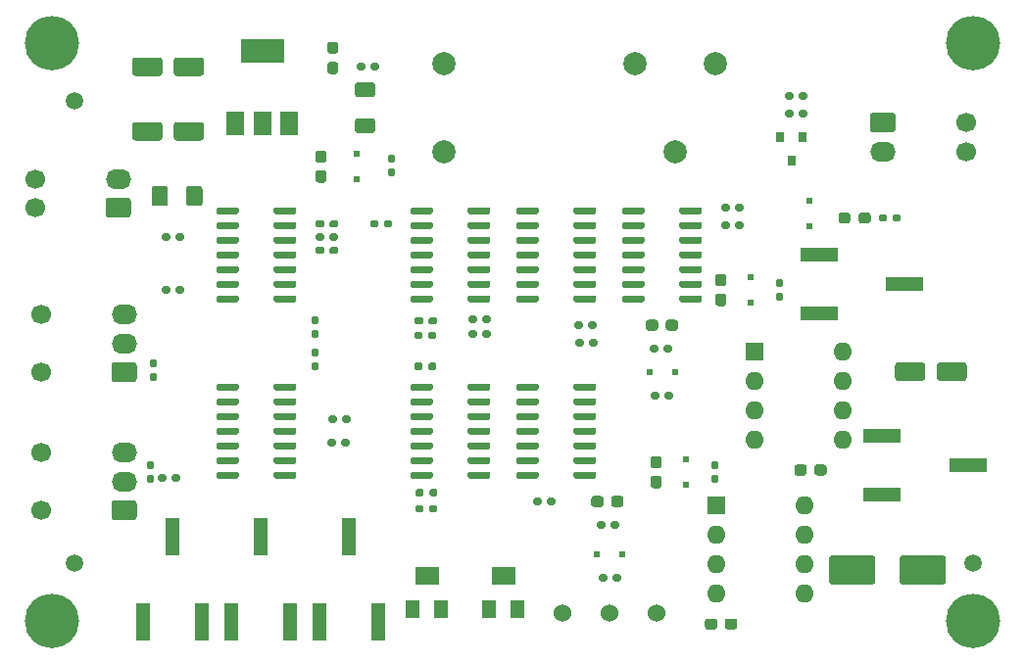
<source format=gbr>
%TF.GenerationSoftware,KiCad,Pcbnew,(5.1.10)-1*%
%TF.CreationDate,2022-02-21T21:55:40+01:00*%
%TF.ProjectId,BSPD-CV_3_0_01B,42535044-2d43-4565-9f33-5f305f303142,rev?*%
%TF.SameCoordinates,Original*%
%TF.FileFunction,Soldermask,Top*%
%TF.FilePolarity,Negative*%
%FSLAX46Y46*%
G04 Gerber Fmt 4.6, Leading zero omitted, Abs format (unit mm)*
G04 Created by KiCad (PCBNEW (5.1.10)-1) date 2022-02-21 21:55:40*
%MOMM*%
%LPD*%
G01*
G04 APERTURE LIST*
%ADD10O,1.600000X1.600000*%
%ADD11R,1.600000X1.600000*%
%ADD12C,1.700000*%
%ADD13O,2.200000X1.700000*%
%ADD14C,4.700000*%
%ADD15R,0.500000X0.500000*%
%ADD16C,2.000000*%
%ADD17R,1.500000X2.000000*%
%ADD18R,3.800000X2.000000*%
%ADD19C,1.524000*%
%ADD20R,1.300000X1.600000*%
%ADD21R,2.000000X1.600000*%
%ADD22R,1.300000X3.300000*%
%ADD23R,3.300000X1.300000*%
%ADD24R,0.800000X0.900000*%
%ADD25C,1.500000*%
G04 APERTURE END LIST*
%TO.C,C84*%
G36*
G01*
X229481000Y-126991200D02*
X229481000Y-125891200D01*
G75*
G02*
X229731000Y-125641200I250000J0D01*
G01*
X231831000Y-125641200D01*
G75*
G02*
X232081000Y-125891200I0J-250000D01*
G01*
X232081000Y-126991200D01*
G75*
G02*
X231831000Y-127241200I-250000J0D01*
G01*
X229731000Y-127241200D01*
G75*
G02*
X229481000Y-126991200I0J250000D01*
G01*
G37*
G36*
G01*
X225881000Y-126991200D02*
X225881000Y-125891200D01*
G75*
G02*
X226131000Y-125641200I250000J0D01*
G01*
X228231000Y-125641200D01*
G75*
G02*
X228481000Y-125891200I0J-250000D01*
G01*
X228481000Y-126991200D01*
G75*
G02*
X228231000Y-127241200I-250000J0D01*
G01*
X226131000Y-127241200D01*
G75*
G02*
X225881000Y-126991200I0J250000D01*
G01*
G37*
%TD*%
D10*
%TO.C,U15*%
X218059000Y-138023600D03*
X210439000Y-145643600D03*
X218059000Y-140563600D03*
X210439000Y-143103600D03*
X218059000Y-143103600D03*
X210439000Y-140563600D03*
X218059000Y-145643600D03*
D11*
X210439000Y-138023600D03*
%TD*%
D10*
%TO.C,U12*%
X221361000Y-124688600D03*
X213741000Y-132308600D03*
X221361000Y-127228600D03*
X213741000Y-129768600D03*
X221361000Y-129768600D03*
X213741000Y-127228600D03*
X221361000Y-132308600D03*
D11*
X213741000Y-124688600D03*
%TD*%
%TO.C,F11*%
G36*
G01*
X164605000Y-111877000D02*
X164605000Y-110627000D01*
G75*
G02*
X164855000Y-110377000I250000J0D01*
G01*
X165780000Y-110377000D01*
G75*
G02*
X166030000Y-110627000I0J-250000D01*
G01*
X166030000Y-111877000D01*
G75*
G02*
X165780000Y-112127000I-250000J0D01*
G01*
X164855000Y-112127000D01*
G75*
G02*
X164605000Y-111877000I0J250000D01*
G01*
G37*
G36*
G01*
X161630000Y-111877000D02*
X161630000Y-110627000D01*
G75*
G02*
X161880000Y-110377000I250000J0D01*
G01*
X162805000Y-110377000D01*
G75*
G02*
X163055000Y-110627000I0J-250000D01*
G01*
X163055000Y-111877000D01*
G75*
G02*
X162805000Y-112127000I-250000J0D01*
G01*
X161880000Y-112127000D01*
G75*
G02*
X161630000Y-111877000I0J250000D01*
G01*
G37*
%TD*%
D12*
%TO.C,J3*%
X152078000Y-133430000D03*
X152078000Y-138430000D03*
D13*
X159258000Y-133430000D03*
X159258000Y-135930000D03*
G36*
G01*
X160358000Y-137830000D02*
X160358000Y-139030000D01*
G75*
G02*
X160108000Y-139280000I-250000J0D01*
G01*
X158408000Y-139280000D01*
G75*
G02*
X158158000Y-139030000I0J250000D01*
G01*
X158158000Y-137830000D01*
G75*
G02*
X158408000Y-137580000I250000J0D01*
G01*
X160108000Y-137580000D01*
G75*
G02*
X160358000Y-137830000I0J-250000D01*
G01*
G37*
%TD*%
D12*
%TO.C,J2*%
X152078000Y-121492000D03*
X152078000Y-126492000D03*
D13*
X159258000Y-121492000D03*
X159258000Y-123992000D03*
G36*
G01*
X160358000Y-125892000D02*
X160358000Y-127092000D01*
G75*
G02*
X160108000Y-127342000I-250000J0D01*
G01*
X158408000Y-127342000D01*
G75*
G02*
X158158000Y-127092000I0J250000D01*
G01*
X158158000Y-125892000D01*
G75*
G02*
X158408000Y-125642000I250000J0D01*
G01*
X160108000Y-125642000D01*
G75*
G02*
X160358000Y-125892000I0J-250000D01*
G01*
G37*
%TD*%
D12*
%TO.C,J4*%
X231995400Y-107402000D03*
X231995400Y-104902000D03*
D13*
X224815400Y-107402000D03*
G36*
G01*
X223715400Y-105502000D02*
X223715400Y-104302000D01*
G75*
G02*
X223965400Y-104052000I250000J0D01*
G01*
X225665400Y-104052000D01*
G75*
G02*
X225915400Y-104302000I0J-250000D01*
G01*
X225915400Y-105502000D01*
G75*
G02*
X225665400Y-105752000I-250000J0D01*
G01*
X223965400Y-105752000D01*
G75*
G02*
X223715400Y-105502000I0J250000D01*
G01*
G37*
%TD*%
D12*
%TO.C,J1*%
X151570000Y-109768000D03*
X151570000Y-112268000D03*
D13*
X158750000Y-109768000D03*
G36*
G01*
X159850000Y-111668000D02*
X159850000Y-112868000D01*
G75*
G02*
X159600000Y-113118000I-250000J0D01*
G01*
X157900000Y-113118000D01*
G75*
G02*
X157650000Y-112868000I0J250000D01*
G01*
X157650000Y-111668000D01*
G75*
G02*
X157900000Y-111418000I250000J0D01*
G01*
X159600000Y-111418000D01*
G75*
G02*
X159850000Y-111668000I0J-250000D01*
G01*
G37*
%TD*%
D14*
%TO.C,H4*%
X232588000Y-148000000D03*
%TD*%
%TO.C,H3*%
X153000000Y-148000000D03*
%TD*%
%TO.C,H2*%
X232588000Y-98000000D03*
%TD*%
%TO.C,H1*%
X153000000Y-98000000D03*
%TD*%
D15*
%TO.C,D102*%
X218440000Y-111676000D03*
X218440000Y-113876000D03*
%TD*%
D16*
%TO.C,K101*%
X206878000Y-107432000D03*
X203378000Y-99832000D03*
X210378000Y-99832000D03*
X186878000Y-99832000D03*
X186878000Y-107432000D03*
%TD*%
%TO.C,U8*%
G36*
G01*
X188952000Y-127912000D02*
X188952000Y-127612000D01*
G75*
G02*
X189102000Y-127462000I150000J0D01*
G01*
X190752000Y-127462000D01*
G75*
G02*
X190902000Y-127612000I0J-150000D01*
G01*
X190902000Y-127912000D01*
G75*
G02*
X190752000Y-128062000I-150000J0D01*
G01*
X189102000Y-128062000D01*
G75*
G02*
X188952000Y-127912000I0J150000D01*
G01*
G37*
G36*
G01*
X188952000Y-129182000D02*
X188952000Y-128882000D01*
G75*
G02*
X189102000Y-128732000I150000J0D01*
G01*
X190752000Y-128732000D01*
G75*
G02*
X190902000Y-128882000I0J-150000D01*
G01*
X190902000Y-129182000D01*
G75*
G02*
X190752000Y-129332000I-150000J0D01*
G01*
X189102000Y-129332000D01*
G75*
G02*
X188952000Y-129182000I0J150000D01*
G01*
G37*
G36*
G01*
X188952000Y-130452000D02*
X188952000Y-130152000D01*
G75*
G02*
X189102000Y-130002000I150000J0D01*
G01*
X190752000Y-130002000D01*
G75*
G02*
X190902000Y-130152000I0J-150000D01*
G01*
X190902000Y-130452000D01*
G75*
G02*
X190752000Y-130602000I-150000J0D01*
G01*
X189102000Y-130602000D01*
G75*
G02*
X188952000Y-130452000I0J150000D01*
G01*
G37*
G36*
G01*
X188952000Y-131722000D02*
X188952000Y-131422000D01*
G75*
G02*
X189102000Y-131272000I150000J0D01*
G01*
X190752000Y-131272000D01*
G75*
G02*
X190902000Y-131422000I0J-150000D01*
G01*
X190902000Y-131722000D01*
G75*
G02*
X190752000Y-131872000I-150000J0D01*
G01*
X189102000Y-131872000D01*
G75*
G02*
X188952000Y-131722000I0J150000D01*
G01*
G37*
G36*
G01*
X188952000Y-132992000D02*
X188952000Y-132692000D01*
G75*
G02*
X189102000Y-132542000I150000J0D01*
G01*
X190752000Y-132542000D01*
G75*
G02*
X190902000Y-132692000I0J-150000D01*
G01*
X190902000Y-132992000D01*
G75*
G02*
X190752000Y-133142000I-150000J0D01*
G01*
X189102000Y-133142000D01*
G75*
G02*
X188952000Y-132992000I0J150000D01*
G01*
G37*
G36*
G01*
X188952000Y-134262000D02*
X188952000Y-133962000D01*
G75*
G02*
X189102000Y-133812000I150000J0D01*
G01*
X190752000Y-133812000D01*
G75*
G02*
X190902000Y-133962000I0J-150000D01*
G01*
X190902000Y-134262000D01*
G75*
G02*
X190752000Y-134412000I-150000J0D01*
G01*
X189102000Y-134412000D01*
G75*
G02*
X188952000Y-134262000I0J150000D01*
G01*
G37*
G36*
G01*
X188952000Y-135532000D02*
X188952000Y-135232000D01*
G75*
G02*
X189102000Y-135082000I150000J0D01*
G01*
X190752000Y-135082000D01*
G75*
G02*
X190902000Y-135232000I0J-150000D01*
G01*
X190902000Y-135532000D01*
G75*
G02*
X190752000Y-135682000I-150000J0D01*
G01*
X189102000Y-135682000D01*
G75*
G02*
X188952000Y-135532000I0J150000D01*
G01*
G37*
G36*
G01*
X184002000Y-135532000D02*
X184002000Y-135232000D01*
G75*
G02*
X184152000Y-135082000I150000J0D01*
G01*
X185802000Y-135082000D01*
G75*
G02*
X185952000Y-135232000I0J-150000D01*
G01*
X185952000Y-135532000D01*
G75*
G02*
X185802000Y-135682000I-150000J0D01*
G01*
X184152000Y-135682000D01*
G75*
G02*
X184002000Y-135532000I0J150000D01*
G01*
G37*
G36*
G01*
X184002000Y-134262000D02*
X184002000Y-133962000D01*
G75*
G02*
X184152000Y-133812000I150000J0D01*
G01*
X185802000Y-133812000D01*
G75*
G02*
X185952000Y-133962000I0J-150000D01*
G01*
X185952000Y-134262000D01*
G75*
G02*
X185802000Y-134412000I-150000J0D01*
G01*
X184152000Y-134412000D01*
G75*
G02*
X184002000Y-134262000I0J150000D01*
G01*
G37*
G36*
G01*
X184002000Y-132992000D02*
X184002000Y-132692000D01*
G75*
G02*
X184152000Y-132542000I150000J0D01*
G01*
X185802000Y-132542000D01*
G75*
G02*
X185952000Y-132692000I0J-150000D01*
G01*
X185952000Y-132992000D01*
G75*
G02*
X185802000Y-133142000I-150000J0D01*
G01*
X184152000Y-133142000D01*
G75*
G02*
X184002000Y-132992000I0J150000D01*
G01*
G37*
G36*
G01*
X184002000Y-131722000D02*
X184002000Y-131422000D01*
G75*
G02*
X184152000Y-131272000I150000J0D01*
G01*
X185802000Y-131272000D01*
G75*
G02*
X185952000Y-131422000I0J-150000D01*
G01*
X185952000Y-131722000D01*
G75*
G02*
X185802000Y-131872000I-150000J0D01*
G01*
X184152000Y-131872000D01*
G75*
G02*
X184002000Y-131722000I0J150000D01*
G01*
G37*
G36*
G01*
X184002000Y-130452000D02*
X184002000Y-130152000D01*
G75*
G02*
X184152000Y-130002000I150000J0D01*
G01*
X185802000Y-130002000D01*
G75*
G02*
X185952000Y-130152000I0J-150000D01*
G01*
X185952000Y-130452000D01*
G75*
G02*
X185802000Y-130602000I-150000J0D01*
G01*
X184152000Y-130602000D01*
G75*
G02*
X184002000Y-130452000I0J150000D01*
G01*
G37*
G36*
G01*
X184002000Y-129182000D02*
X184002000Y-128882000D01*
G75*
G02*
X184152000Y-128732000I150000J0D01*
G01*
X185802000Y-128732000D01*
G75*
G02*
X185952000Y-128882000I0J-150000D01*
G01*
X185952000Y-129182000D01*
G75*
G02*
X185802000Y-129332000I-150000J0D01*
G01*
X184152000Y-129332000D01*
G75*
G02*
X184002000Y-129182000I0J150000D01*
G01*
G37*
G36*
G01*
X184002000Y-127912000D02*
X184002000Y-127612000D01*
G75*
G02*
X184152000Y-127462000I150000J0D01*
G01*
X185802000Y-127462000D01*
G75*
G02*
X185952000Y-127612000I0J-150000D01*
G01*
X185952000Y-127912000D01*
G75*
G02*
X185802000Y-128062000I-150000J0D01*
G01*
X184152000Y-128062000D01*
G75*
G02*
X184002000Y-127912000I0J150000D01*
G01*
G37*
%TD*%
%TO.C,U7*%
G36*
G01*
X207240000Y-112672000D02*
X207240000Y-112372000D01*
G75*
G02*
X207390000Y-112222000I150000J0D01*
G01*
X209040000Y-112222000D01*
G75*
G02*
X209190000Y-112372000I0J-150000D01*
G01*
X209190000Y-112672000D01*
G75*
G02*
X209040000Y-112822000I-150000J0D01*
G01*
X207390000Y-112822000D01*
G75*
G02*
X207240000Y-112672000I0J150000D01*
G01*
G37*
G36*
G01*
X207240000Y-113942000D02*
X207240000Y-113642000D01*
G75*
G02*
X207390000Y-113492000I150000J0D01*
G01*
X209040000Y-113492000D01*
G75*
G02*
X209190000Y-113642000I0J-150000D01*
G01*
X209190000Y-113942000D01*
G75*
G02*
X209040000Y-114092000I-150000J0D01*
G01*
X207390000Y-114092000D01*
G75*
G02*
X207240000Y-113942000I0J150000D01*
G01*
G37*
G36*
G01*
X207240000Y-115212000D02*
X207240000Y-114912000D01*
G75*
G02*
X207390000Y-114762000I150000J0D01*
G01*
X209040000Y-114762000D01*
G75*
G02*
X209190000Y-114912000I0J-150000D01*
G01*
X209190000Y-115212000D01*
G75*
G02*
X209040000Y-115362000I-150000J0D01*
G01*
X207390000Y-115362000D01*
G75*
G02*
X207240000Y-115212000I0J150000D01*
G01*
G37*
G36*
G01*
X207240000Y-116482000D02*
X207240000Y-116182000D01*
G75*
G02*
X207390000Y-116032000I150000J0D01*
G01*
X209040000Y-116032000D01*
G75*
G02*
X209190000Y-116182000I0J-150000D01*
G01*
X209190000Y-116482000D01*
G75*
G02*
X209040000Y-116632000I-150000J0D01*
G01*
X207390000Y-116632000D01*
G75*
G02*
X207240000Y-116482000I0J150000D01*
G01*
G37*
G36*
G01*
X207240000Y-117752000D02*
X207240000Y-117452000D01*
G75*
G02*
X207390000Y-117302000I150000J0D01*
G01*
X209040000Y-117302000D01*
G75*
G02*
X209190000Y-117452000I0J-150000D01*
G01*
X209190000Y-117752000D01*
G75*
G02*
X209040000Y-117902000I-150000J0D01*
G01*
X207390000Y-117902000D01*
G75*
G02*
X207240000Y-117752000I0J150000D01*
G01*
G37*
G36*
G01*
X207240000Y-119022000D02*
X207240000Y-118722000D01*
G75*
G02*
X207390000Y-118572000I150000J0D01*
G01*
X209040000Y-118572000D01*
G75*
G02*
X209190000Y-118722000I0J-150000D01*
G01*
X209190000Y-119022000D01*
G75*
G02*
X209040000Y-119172000I-150000J0D01*
G01*
X207390000Y-119172000D01*
G75*
G02*
X207240000Y-119022000I0J150000D01*
G01*
G37*
G36*
G01*
X207240000Y-120292000D02*
X207240000Y-119992000D01*
G75*
G02*
X207390000Y-119842000I150000J0D01*
G01*
X209040000Y-119842000D01*
G75*
G02*
X209190000Y-119992000I0J-150000D01*
G01*
X209190000Y-120292000D01*
G75*
G02*
X209040000Y-120442000I-150000J0D01*
G01*
X207390000Y-120442000D01*
G75*
G02*
X207240000Y-120292000I0J150000D01*
G01*
G37*
G36*
G01*
X202290000Y-120292000D02*
X202290000Y-119992000D01*
G75*
G02*
X202440000Y-119842000I150000J0D01*
G01*
X204090000Y-119842000D01*
G75*
G02*
X204240000Y-119992000I0J-150000D01*
G01*
X204240000Y-120292000D01*
G75*
G02*
X204090000Y-120442000I-150000J0D01*
G01*
X202440000Y-120442000D01*
G75*
G02*
X202290000Y-120292000I0J150000D01*
G01*
G37*
G36*
G01*
X202290000Y-119022000D02*
X202290000Y-118722000D01*
G75*
G02*
X202440000Y-118572000I150000J0D01*
G01*
X204090000Y-118572000D01*
G75*
G02*
X204240000Y-118722000I0J-150000D01*
G01*
X204240000Y-119022000D01*
G75*
G02*
X204090000Y-119172000I-150000J0D01*
G01*
X202440000Y-119172000D01*
G75*
G02*
X202290000Y-119022000I0J150000D01*
G01*
G37*
G36*
G01*
X202290000Y-117752000D02*
X202290000Y-117452000D01*
G75*
G02*
X202440000Y-117302000I150000J0D01*
G01*
X204090000Y-117302000D01*
G75*
G02*
X204240000Y-117452000I0J-150000D01*
G01*
X204240000Y-117752000D01*
G75*
G02*
X204090000Y-117902000I-150000J0D01*
G01*
X202440000Y-117902000D01*
G75*
G02*
X202290000Y-117752000I0J150000D01*
G01*
G37*
G36*
G01*
X202290000Y-116482000D02*
X202290000Y-116182000D01*
G75*
G02*
X202440000Y-116032000I150000J0D01*
G01*
X204090000Y-116032000D01*
G75*
G02*
X204240000Y-116182000I0J-150000D01*
G01*
X204240000Y-116482000D01*
G75*
G02*
X204090000Y-116632000I-150000J0D01*
G01*
X202440000Y-116632000D01*
G75*
G02*
X202290000Y-116482000I0J150000D01*
G01*
G37*
G36*
G01*
X202290000Y-115212000D02*
X202290000Y-114912000D01*
G75*
G02*
X202440000Y-114762000I150000J0D01*
G01*
X204090000Y-114762000D01*
G75*
G02*
X204240000Y-114912000I0J-150000D01*
G01*
X204240000Y-115212000D01*
G75*
G02*
X204090000Y-115362000I-150000J0D01*
G01*
X202440000Y-115362000D01*
G75*
G02*
X202290000Y-115212000I0J150000D01*
G01*
G37*
G36*
G01*
X202290000Y-113942000D02*
X202290000Y-113642000D01*
G75*
G02*
X202440000Y-113492000I150000J0D01*
G01*
X204090000Y-113492000D01*
G75*
G02*
X204240000Y-113642000I0J-150000D01*
G01*
X204240000Y-113942000D01*
G75*
G02*
X204090000Y-114092000I-150000J0D01*
G01*
X202440000Y-114092000D01*
G75*
G02*
X202290000Y-113942000I0J150000D01*
G01*
G37*
G36*
G01*
X202290000Y-112672000D02*
X202290000Y-112372000D01*
G75*
G02*
X202440000Y-112222000I150000J0D01*
G01*
X204090000Y-112222000D01*
G75*
G02*
X204240000Y-112372000I0J-150000D01*
G01*
X204240000Y-112672000D01*
G75*
G02*
X204090000Y-112822000I-150000J0D01*
G01*
X202440000Y-112822000D01*
G75*
G02*
X202290000Y-112672000I0J150000D01*
G01*
G37*
%TD*%
%TO.C,U6*%
G36*
G01*
X172188000Y-127912000D02*
X172188000Y-127612000D01*
G75*
G02*
X172338000Y-127462000I150000J0D01*
G01*
X173988000Y-127462000D01*
G75*
G02*
X174138000Y-127612000I0J-150000D01*
G01*
X174138000Y-127912000D01*
G75*
G02*
X173988000Y-128062000I-150000J0D01*
G01*
X172338000Y-128062000D01*
G75*
G02*
X172188000Y-127912000I0J150000D01*
G01*
G37*
G36*
G01*
X172188000Y-129182000D02*
X172188000Y-128882000D01*
G75*
G02*
X172338000Y-128732000I150000J0D01*
G01*
X173988000Y-128732000D01*
G75*
G02*
X174138000Y-128882000I0J-150000D01*
G01*
X174138000Y-129182000D01*
G75*
G02*
X173988000Y-129332000I-150000J0D01*
G01*
X172338000Y-129332000D01*
G75*
G02*
X172188000Y-129182000I0J150000D01*
G01*
G37*
G36*
G01*
X172188000Y-130452000D02*
X172188000Y-130152000D01*
G75*
G02*
X172338000Y-130002000I150000J0D01*
G01*
X173988000Y-130002000D01*
G75*
G02*
X174138000Y-130152000I0J-150000D01*
G01*
X174138000Y-130452000D01*
G75*
G02*
X173988000Y-130602000I-150000J0D01*
G01*
X172338000Y-130602000D01*
G75*
G02*
X172188000Y-130452000I0J150000D01*
G01*
G37*
G36*
G01*
X172188000Y-131722000D02*
X172188000Y-131422000D01*
G75*
G02*
X172338000Y-131272000I150000J0D01*
G01*
X173988000Y-131272000D01*
G75*
G02*
X174138000Y-131422000I0J-150000D01*
G01*
X174138000Y-131722000D01*
G75*
G02*
X173988000Y-131872000I-150000J0D01*
G01*
X172338000Y-131872000D01*
G75*
G02*
X172188000Y-131722000I0J150000D01*
G01*
G37*
G36*
G01*
X172188000Y-132992000D02*
X172188000Y-132692000D01*
G75*
G02*
X172338000Y-132542000I150000J0D01*
G01*
X173988000Y-132542000D01*
G75*
G02*
X174138000Y-132692000I0J-150000D01*
G01*
X174138000Y-132992000D01*
G75*
G02*
X173988000Y-133142000I-150000J0D01*
G01*
X172338000Y-133142000D01*
G75*
G02*
X172188000Y-132992000I0J150000D01*
G01*
G37*
G36*
G01*
X172188000Y-134262000D02*
X172188000Y-133962000D01*
G75*
G02*
X172338000Y-133812000I150000J0D01*
G01*
X173988000Y-133812000D01*
G75*
G02*
X174138000Y-133962000I0J-150000D01*
G01*
X174138000Y-134262000D01*
G75*
G02*
X173988000Y-134412000I-150000J0D01*
G01*
X172338000Y-134412000D01*
G75*
G02*
X172188000Y-134262000I0J150000D01*
G01*
G37*
G36*
G01*
X172188000Y-135532000D02*
X172188000Y-135232000D01*
G75*
G02*
X172338000Y-135082000I150000J0D01*
G01*
X173988000Y-135082000D01*
G75*
G02*
X174138000Y-135232000I0J-150000D01*
G01*
X174138000Y-135532000D01*
G75*
G02*
X173988000Y-135682000I-150000J0D01*
G01*
X172338000Y-135682000D01*
G75*
G02*
X172188000Y-135532000I0J150000D01*
G01*
G37*
G36*
G01*
X167238000Y-135532000D02*
X167238000Y-135232000D01*
G75*
G02*
X167388000Y-135082000I150000J0D01*
G01*
X169038000Y-135082000D01*
G75*
G02*
X169188000Y-135232000I0J-150000D01*
G01*
X169188000Y-135532000D01*
G75*
G02*
X169038000Y-135682000I-150000J0D01*
G01*
X167388000Y-135682000D01*
G75*
G02*
X167238000Y-135532000I0J150000D01*
G01*
G37*
G36*
G01*
X167238000Y-134262000D02*
X167238000Y-133962000D01*
G75*
G02*
X167388000Y-133812000I150000J0D01*
G01*
X169038000Y-133812000D01*
G75*
G02*
X169188000Y-133962000I0J-150000D01*
G01*
X169188000Y-134262000D01*
G75*
G02*
X169038000Y-134412000I-150000J0D01*
G01*
X167388000Y-134412000D01*
G75*
G02*
X167238000Y-134262000I0J150000D01*
G01*
G37*
G36*
G01*
X167238000Y-132992000D02*
X167238000Y-132692000D01*
G75*
G02*
X167388000Y-132542000I150000J0D01*
G01*
X169038000Y-132542000D01*
G75*
G02*
X169188000Y-132692000I0J-150000D01*
G01*
X169188000Y-132992000D01*
G75*
G02*
X169038000Y-133142000I-150000J0D01*
G01*
X167388000Y-133142000D01*
G75*
G02*
X167238000Y-132992000I0J150000D01*
G01*
G37*
G36*
G01*
X167238000Y-131722000D02*
X167238000Y-131422000D01*
G75*
G02*
X167388000Y-131272000I150000J0D01*
G01*
X169038000Y-131272000D01*
G75*
G02*
X169188000Y-131422000I0J-150000D01*
G01*
X169188000Y-131722000D01*
G75*
G02*
X169038000Y-131872000I-150000J0D01*
G01*
X167388000Y-131872000D01*
G75*
G02*
X167238000Y-131722000I0J150000D01*
G01*
G37*
G36*
G01*
X167238000Y-130452000D02*
X167238000Y-130152000D01*
G75*
G02*
X167388000Y-130002000I150000J0D01*
G01*
X169038000Y-130002000D01*
G75*
G02*
X169188000Y-130152000I0J-150000D01*
G01*
X169188000Y-130452000D01*
G75*
G02*
X169038000Y-130602000I-150000J0D01*
G01*
X167388000Y-130602000D01*
G75*
G02*
X167238000Y-130452000I0J150000D01*
G01*
G37*
G36*
G01*
X167238000Y-129182000D02*
X167238000Y-128882000D01*
G75*
G02*
X167388000Y-128732000I150000J0D01*
G01*
X169038000Y-128732000D01*
G75*
G02*
X169188000Y-128882000I0J-150000D01*
G01*
X169188000Y-129182000D01*
G75*
G02*
X169038000Y-129332000I-150000J0D01*
G01*
X167388000Y-129332000D01*
G75*
G02*
X167238000Y-129182000I0J150000D01*
G01*
G37*
G36*
G01*
X167238000Y-127912000D02*
X167238000Y-127612000D01*
G75*
G02*
X167388000Y-127462000I150000J0D01*
G01*
X169038000Y-127462000D01*
G75*
G02*
X169188000Y-127612000I0J-150000D01*
G01*
X169188000Y-127912000D01*
G75*
G02*
X169038000Y-128062000I-150000J0D01*
G01*
X167388000Y-128062000D01*
G75*
G02*
X167238000Y-127912000I0J150000D01*
G01*
G37*
%TD*%
%TO.C,U5*%
G36*
G01*
X198096000Y-127912000D02*
X198096000Y-127612000D01*
G75*
G02*
X198246000Y-127462000I150000J0D01*
G01*
X199896000Y-127462000D01*
G75*
G02*
X200046000Y-127612000I0J-150000D01*
G01*
X200046000Y-127912000D01*
G75*
G02*
X199896000Y-128062000I-150000J0D01*
G01*
X198246000Y-128062000D01*
G75*
G02*
X198096000Y-127912000I0J150000D01*
G01*
G37*
G36*
G01*
X198096000Y-129182000D02*
X198096000Y-128882000D01*
G75*
G02*
X198246000Y-128732000I150000J0D01*
G01*
X199896000Y-128732000D01*
G75*
G02*
X200046000Y-128882000I0J-150000D01*
G01*
X200046000Y-129182000D01*
G75*
G02*
X199896000Y-129332000I-150000J0D01*
G01*
X198246000Y-129332000D01*
G75*
G02*
X198096000Y-129182000I0J150000D01*
G01*
G37*
G36*
G01*
X198096000Y-130452000D02*
X198096000Y-130152000D01*
G75*
G02*
X198246000Y-130002000I150000J0D01*
G01*
X199896000Y-130002000D01*
G75*
G02*
X200046000Y-130152000I0J-150000D01*
G01*
X200046000Y-130452000D01*
G75*
G02*
X199896000Y-130602000I-150000J0D01*
G01*
X198246000Y-130602000D01*
G75*
G02*
X198096000Y-130452000I0J150000D01*
G01*
G37*
G36*
G01*
X198096000Y-131722000D02*
X198096000Y-131422000D01*
G75*
G02*
X198246000Y-131272000I150000J0D01*
G01*
X199896000Y-131272000D01*
G75*
G02*
X200046000Y-131422000I0J-150000D01*
G01*
X200046000Y-131722000D01*
G75*
G02*
X199896000Y-131872000I-150000J0D01*
G01*
X198246000Y-131872000D01*
G75*
G02*
X198096000Y-131722000I0J150000D01*
G01*
G37*
G36*
G01*
X198096000Y-132992000D02*
X198096000Y-132692000D01*
G75*
G02*
X198246000Y-132542000I150000J0D01*
G01*
X199896000Y-132542000D01*
G75*
G02*
X200046000Y-132692000I0J-150000D01*
G01*
X200046000Y-132992000D01*
G75*
G02*
X199896000Y-133142000I-150000J0D01*
G01*
X198246000Y-133142000D01*
G75*
G02*
X198096000Y-132992000I0J150000D01*
G01*
G37*
G36*
G01*
X198096000Y-134262000D02*
X198096000Y-133962000D01*
G75*
G02*
X198246000Y-133812000I150000J0D01*
G01*
X199896000Y-133812000D01*
G75*
G02*
X200046000Y-133962000I0J-150000D01*
G01*
X200046000Y-134262000D01*
G75*
G02*
X199896000Y-134412000I-150000J0D01*
G01*
X198246000Y-134412000D01*
G75*
G02*
X198096000Y-134262000I0J150000D01*
G01*
G37*
G36*
G01*
X198096000Y-135532000D02*
X198096000Y-135232000D01*
G75*
G02*
X198246000Y-135082000I150000J0D01*
G01*
X199896000Y-135082000D01*
G75*
G02*
X200046000Y-135232000I0J-150000D01*
G01*
X200046000Y-135532000D01*
G75*
G02*
X199896000Y-135682000I-150000J0D01*
G01*
X198246000Y-135682000D01*
G75*
G02*
X198096000Y-135532000I0J150000D01*
G01*
G37*
G36*
G01*
X193146000Y-135532000D02*
X193146000Y-135232000D01*
G75*
G02*
X193296000Y-135082000I150000J0D01*
G01*
X194946000Y-135082000D01*
G75*
G02*
X195096000Y-135232000I0J-150000D01*
G01*
X195096000Y-135532000D01*
G75*
G02*
X194946000Y-135682000I-150000J0D01*
G01*
X193296000Y-135682000D01*
G75*
G02*
X193146000Y-135532000I0J150000D01*
G01*
G37*
G36*
G01*
X193146000Y-134262000D02*
X193146000Y-133962000D01*
G75*
G02*
X193296000Y-133812000I150000J0D01*
G01*
X194946000Y-133812000D01*
G75*
G02*
X195096000Y-133962000I0J-150000D01*
G01*
X195096000Y-134262000D01*
G75*
G02*
X194946000Y-134412000I-150000J0D01*
G01*
X193296000Y-134412000D01*
G75*
G02*
X193146000Y-134262000I0J150000D01*
G01*
G37*
G36*
G01*
X193146000Y-132992000D02*
X193146000Y-132692000D01*
G75*
G02*
X193296000Y-132542000I150000J0D01*
G01*
X194946000Y-132542000D01*
G75*
G02*
X195096000Y-132692000I0J-150000D01*
G01*
X195096000Y-132992000D01*
G75*
G02*
X194946000Y-133142000I-150000J0D01*
G01*
X193296000Y-133142000D01*
G75*
G02*
X193146000Y-132992000I0J150000D01*
G01*
G37*
G36*
G01*
X193146000Y-131722000D02*
X193146000Y-131422000D01*
G75*
G02*
X193296000Y-131272000I150000J0D01*
G01*
X194946000Y-131272000D01*
G75*
G02*
X195096000Y-131422000I0J-150000D01*
G01*
X195096000Y-131722000D01*
G75*
G02*
X194946000Y-131872000I-150000J0D01*
G01*
X193296000Y-131872000D01*
G75*
G02*
X193146000Y-131722000I0J150000D01*
G01*
G37*
G36*
G01*
X193146000Y-130452000D02*
X193146000Y-130152000D01*
G75*
G02*
X193296000Y-130002000I150000J0D01*
G01*
X194946000Y-130002000D01*
G75*
G02*
X195096000Y-130152000I0J-150000D01*
G01*
X195096000Y-130452000D01*
G75*
G02*
X194946000Y-130602000I-150000J0D01*
G01*
X193296000Y-130602000D01*
G75*
G02*
X193146000Y-130452000I0J150000D01*
G01*
G37*
G36*
G01*
X193146000Y-129182000D02*
X193146000Y-128882000D01*
G75*
G02*
X193296000Y-128732000I150000J0D01*
G01*
X194946000Y-128732000D01*
G75*
G02*
X195096000Y-128882000I0J-150000D01*
G01*
X195096000Y-129182000D01*
G75*
G02*
X194946000Y-129332000I-150000J0D01*
G01*
X193296000Y-129332000D01*
G75*
G02*
X193146000Y-129182000I0J150000D01*
G01*
G37*
G36*
G01*
X193146000Y-127912000D02*
X193146000Y-127612000D01*
G75*
G02*
X193296000Y-127462000I150000J0D01*
G01*
X194946000Y-127462000D01*
G75*
G02*
X195096000Y-127612000I0J-150000D01*
G01*
X195096000Y-127912000D01*
G75*
G02*
X194946000Y-128062000I-150000J0D01*
G01*
X193296000Y-128062000D01*
G75*
G02*
X193146000Y-127912000I0J150000D01*
G01*
G37*
%TD*%
%TO.C,U4*%
G36*
G01*
X198096000Y-112672000D02*
X198096000Y-112372000D01*
G75*
G02*
X198246000Y-112222000I150000J0D01*
G01*
X199896000Y-112222000D01*
G75*
G02*
X200046000Y-112372000I0J-150000D01*
G01*
X200046000Y-112672000D01*
G75*
G02*
X199896000Y-112822000I-150000J0D01*
G01*
X198246000Y-112822000D01*
G75*
G02*
X198096000Y-112672000I0J150000D01*
G01*
G37*
G36*
G01*
X198096000Y-113942000D02*
X198096000Y-113642000D01*
G75*
G02*
X198246000Y-113492000I150000J0D01*
G01*
X199896000Y-113492000D01*
G75*
G02*
X200046000Y-113642000I0J-150000D01*
G01*
X200046000Y-113942000D01*
G75*
G02*
X199896000Y-114092000I-150000J0D01*
G01*
X198246000Y-114092000D01*
G75*
G02*
X198096000Y-113942000I0J150000D01*
G01*
G37*
G36*
G01*
X198096000Y-115212000D02*
X198096000Y-114912000D01*
G75*
G02*
X198246000Y-114762000I150000J0D01*
G01*
X199896000Y-114762000D01*
G75*
G02*
X200046000Y-114912000I0J-150000D01*
G01*
X200046000Y-115212000D01*
G75*
G02*
X199896000Y-115362000I-150000J0D01*
G01*
X198246000Y-115362000D01*
G75*
G02*
X198096000Y-115212000I0J150000D01*
G01*
G37*
G36*
G01*
X198096000Y-116482000D02*
X198096000Y-116182000D01*
G75*
G02*
X198246000Y-116032000I150000J0D01*
G01*
X199896000Y-116032000D01*
G75*
G02*
X200046000Y-116182000I0J-150000D01*
G01*
X200046000Y-116482000D01*
G75*
G02*
X199896000Y-116632000I-150000J0D01*
G01*
X198246000Y-116632000D01*
G75*
G02*
X198096000Y-116482000I0J150000D01*
G01*
G37*
G36*
G01*
X198096000Y-117752000D02*
X198096000Y-117452000D01*
G75*
G02*
X198246000Y-117302000I150000J0D01*
G01*
X199896000Y-117302000D01*
G75*
G02*
X200046000Y-117452000I0J-150000D01*
G01*
X200046000Y-117752000D01*
G75*
G02*
X199896000Y-117902000I-150000J0D01*
G01*
X198246000Y-117902000D01*
G75*
G02*
X198096000Y-117752000I0J150000D01*
G01*
G37*
G36*
G01*
X198096000Y-119022000D02*
X198096000Y-118722000D01*
G75*
G02*
X198246000Y-118572000I150000J0D01*
G01*
X199896000Y-118572000D01*
G75*
G02*
X200046000Y-118722000I0J-150000D01*
G01*
X200046000Y-119022000D01*
G75*
G02*
X199896000Y-119172000I-150000J0D01*
G01*
X198246000Y-119172000D01*
G75*
G02*
X198096000Y-119022000I0J150000D01*
G01*
G37*
G36*
G01*
X198096000Y-120292000D02*
X198096000Y-119992000D01*
G75*
G02*
X198246000Y-119842000I150000J0D01*
G01*
X199896000Y-119842000D01*
G75*
G02*
X200046000Y-119992000I0J-150000D01*
G01*
X200046000Y-120292000D01*
G75*
G02*
X199896000Y-120442000I-150000J0D01*
G01*
X198246000Y-120442000D01*
G75*
G02*
X198096000Y-120292000I0J150000D01*
G01*
G37*
G36*
G01*
X193146000Y-120292000D02*
X193146000Y-119992000D01*
G75*
G02*
X193296000Y-119842000I150000J0D01*
G01*
X194946000Y-119842000D01*
G75*
G02*
X195096000Y-119992000I0J-150000D01*
G01*
X195096000Y-120292000D01*
G75*
G02*
X194946000Y-120442000I-150000J0D01*
G01*
X193296000Y-120442000D01*
G75*
G02*
X193146000Y-120292000I0J150000D01*
G01*
G37*
G36*
G01*
X193146000Y-119022000D02*
X193146000Y-118722000D01*
G75*
G02*
X193296000Y-118572000I150000J0D01*
G01*
X194946000Y-118572000D01*
G75*
G02*
X195096000Y-118722000I0J-150000D01*
G01*
X195096000Y-119022000D01*
G75*
G02*
X194946000Y-119172000I-150000J0D01*
G01*
X193296000Y-119172000D01*
G75*
G02*
X193146000Y-119022000I0J150000D01*
G01*
G37*
G36*
G01*
X193146000Y-117752000D02*
X193146000Y-117452000D01*
G75*
G02*
X193296000Y-117302000I150000J0D01*
G01*
X194946000Y-117302000D01*
G75*
G02*
X195096000Y-117452000I0J-150000D01*
G01*
X195096000Y-117752000D01*
G75*
G02*
X194946000Y-117902000I-150000J0D01*
G01*
X193296000Y-117902000D01*
G75*
G02*
X193146000Y-117752000I0J150000D01*
G01*
G37*
G36*
G01*
X193146000Y-116482000D02*
X193146000Y-116182000D01*
G75*
G02*
X193296000Y-116032000I150000J0D01*
G01*
X194946000Y-116032000D01*
G75*
G02*
X195096000Y-116182000I0J-150000D01*
G01*
X195096000Y-116482000D01*
G75*
G02*
X194946000Y-116632000I-150000J0D01*
G01*
X193296000Y-116632000D01*
G75*
G02*
X193146000Y-116482000I0J150000D01*
G01*
G37*
G36*
G01*
X193146000Y-115212000D02*
X193146000Y-114912000D01*
G75*
G02*
X193296000Y-114762000I150000J0D01*
G01*
X194946000Y-114762000D01*
G75*
G02*
X195096000Y-114912000I0J-150000D01*
G01*
X195096000Y-115212000D01*
G75*
G02*
X194946000Y-115362000I-150000J0D01*
G01*
X193296000Y-115362000D01*
G75*
G02*
X193146000Y-115212000I0J150000D01*
G01*
G37*
G36*
G01*
X193146000Y-113942000D02*
X193146000Y-113642000D01*
G75*
G02*
X193296000Y-113492000I150000J0D01*
G01*
X194946000Y-113492000D01*
G75*
G02*
X195096000Y-113642000I0J-150000D01*
G01*
X195096000Y-113942000D01*
G75*
G02*
X194946000Y-114092000I-150000J0D01*
G01*
X193296000Y-114092000D01*
G75*
G02*
X193146000Y-113942000I0J150000D01*
G01*
G37*
G36*
G01*
X193146000Y-112672000D02*
X193146000Y-112372000D01*
G75*
G02*
X193296000Y-112222000I150000J0D01*
G01*
X194946000Y-112222000D01*
G75*
G02*
X195096000Y-112372000I0J-150000D01*
G01*
X195096000Y-112672000D01*
G75*
G02*
X194946000Y-112822000I-150000J0D01*
G01*
X193296000Y-112822000D01*
G75*
G02*
X193146000Y-112672000I0J150000D01*
G01*
G37*
%TD*%
%TO.C,U3*%
G36*
G01*
X188952000Y-112672000D02*
X188952000Y-112372000D01*
G75*
G02*
X189102000Y-112222000I150000J0D01*
G01*
X190752000Y-112222000D01*
G75*
G02*
X190902000Y-112372000I0J-150000D01*
G01*
X190902000Y-112672000D01*
G75*
G02*
X190752000Y-112822000I-150000J0D01*
G01*
X189102000Y-112822000D01*
G75*
G02*
X188952000Y-112672000I0J150000D01*
G01*
G37*
G36*
G01*
X188952000Y-113942000D02*
X188952000Y-113642000D01*
G75*
G02*
X189102000Y-113492000I150000J0D01*
G01*
X190752000Y-113492000D01*
G75*
G02*
X190902000Y-113642000I0J-150000D01*
G01*
X190902000Y-113942000D01*
G75*
G02*
X190752000Y-114092000I-150000J0D01*
G01*
X189102000Y-114092000D01*
G75*
G02*
X188952000Y-113942000I0J150000D01*
G01*
G37*
G36*
G01*
X188952000Y-115212000D02*
X188952000Y-114912000D01*
G75*
G02*
X189102000Y-114762000I150000J0D01*
G01*
X190752000Y-114762000D01*
G75*
G02*
X190902000Y-114912000I0J-150000D01*
G01*
X190902000Y-115212000D01*
G75*
G02*
X190752000Y-115362000I-150000J0D01*
G01*
X189102000Y-115362000D01*
G75*
G02*
X188952000Y-115212000I0J150000D01*
G01*
G37*
G36*
G01*
X188952000Y-116482000D02*
X188952000Y-116182000D01*
G75*
G02*
X189102000Y-116032000I150000J0D01*
G01*
X190752000Y-116032000D01*
G75*
G02*
X190902000Y-116182000I0J-150000D01*
G01*
X190902000Y-116482000D01*
G75*
G02*
X190752000Y-116632000I-150000J0D01*
G01*
X189102000Y-116632000D01*
G75*
G02*
X188952000Y-116482000I0J150000D01*
G01*
G37*
G36*
G01*
X188952000Y-117752000D02*
X188952000Y-117452000D01*
G75*
G02*
X189102000Y-117302000I150000J0D01*
G01*
X190752000Y-117302000D01*
G75*
G02*
X190902000Y-117452000I0J-150000D01*
G01*
X190902000Y-117752000D01*
G75*
G02*
X190752000Y-117902000I-150000J0D01*
G01*
X189102000Y-117902000D01*
G75*
G02*
X188952000Y-117752000I0J150000D01*
G01*
G37*
G36*
G01*
X188952000Y-119022000D02*
X188952000Y-118722000D01*
G75*
G02*
X189102000Y-118572000I150000J0D01*
G01*
X190752000Y-118572000D01*
G75*
G02*
X190902000Y-118722000I0J-150000D01*
G01*
X190902000Y-119022000D01*
G75*
G02*
X190752000Y-119172000I-150000J0D01*
G01*
X189102000Y-119172000D01*
G75*
G02*
X188952000Y-119022000I0J150000D01*
G01*
G37*
G36*
G01*
X188952000Y-120292000D02*
X188952000Y-119992000D01*
G75*
G02*
X189102000Y-119842000I150000J0D01*
G01*
X190752000Y-119842000D01*
G75*
G02*
X190902000Y-119992000I0J-150000D01*
G01*
X190902000Y-120292000D01*
G75*
G02*
X190752000Y-120442000I-150000J0D01*
G01*
X189102000Y-120442000D01*
G75*
G02*
X188952000Y-120292000I0J150000D01*
G01*
G37*
G36*
G01*
X184002000Y-120292000D02*
X184002000Y-119992000D01*
G75*
G02*
X184152000Y-119842000I150000J0D01*
G01*
X185802000Y-119842000D01*
G75*
G02*
X185952000Y-119992000I0J-150000D01*
G01*
X185952000Y-120292000D01*
G75*
G02*
X185802000Y-120442000I-150000J0D01*
G01*
X184152000Y-120442000D01*
G75*
G02*
X184002000Y-120292000I0J150000D01*
G01*
G37*
G36*
G01*
X184002000Y-119022000D02*
X184002000Y-118722000D01*
G75*
G02*
X184152000Y-118572000I150000J0D01*
G01*
X185802000Y-118572000D01*
G75*
G02*
X185952000Y-118722000I0J-150000D01*
G01*
X185952000Y-119022000D01*
G75*
G02*
X185802000Y-119172000I-150000J0D01*
G01*
X184152000Y-119172000D01*
G75*
G02*
X184002000Y-119022000I0J150000D01*
G01*
G37*
G36*
G01*
X184002000Y-117752000D02*
X184002000Y-117452000D01*
G75*
G02*
X184152000Y-117302000I150000J0D01*
G01*
X185802000Y-117302000D01*
G75*
G02*
X185952000Y-117452000I0J-150000D01*
G01*
X185952000Y-117752000D01*
G75*
G02*
X185802000Y-117902000I-150000J0D01*
G01*
X184152000Y-117902000D01*
G75*
G02*
X184002000Y-117752000I0J150000D01*
G01*
G37*
G36*
G01*
X184002000Y-116482000D02*
X184002000Y-116182000D01*
G75*
G02*
X184152000Y-116032000I150000J0D01*
G01*
X185802000Y-116032000D01*
G75*
G02*
X185952000Y-116182000I0J-150000D01*
G01*
X185952000Y-116482000D01*
G75*
G02*
X185802000Y-116632000I-150000J0D01*
G01*
X184152000Y-116632000D01*
G75*
G02*
X184002000Y-116482000I0J150000D01*
G01*
G37*
G36*
G01*
X184002000Y-115212000D02*
X184002000Y-114912000D01*
G75*
G02*
X184152000Y-114762000I150000J0D01*
G01*
X185802000Y-114762000D01*
G75*
G02*
X185952000Y-114912000I0J-150000D01*
G01*
X185952000Y-115212000D01*
G75*
G02*
X185802000Y-115362000I-150000J0D01*
G01*
X184152000Y-115362000D01*
G75*
G02*
X184002000Y-115212000I0J150000D01*
G01*
G37*
G36*
G01*
X184002000Y-113942000D02*
X184002000Y-113642000D01*
G75*
G02*
X184152000Y-113492000I150000J0D01*
G01*
X185802000Y-113492000D01*
G75*
G02*
X185952000Y-113642000I0J-150000D01*
G01*
X185952000Y-113942000D01*
G75*
G02*
X185802000Y-114092000I-150000J0D01*
G01*
X184152000Y-114092000D01*
G75*
G02*
X184002000Y-113942000I0J150000D01*
G01*
G37*
G36*
G01*
X184002000Y-112672000D02*
X184002000Y-112372000D01*
G75*
G02*
X184152000Y-112222000I150000J0D01*
G01*
X185802000Y-112222000D01*
G75*
G02*
X185952000Y-112372000I0J-150000D01*
G01*
X185952000Y-112672000D01*
G75*
G02*
X185802000Y-112822000I-150000J0D01*
G01*
X184152000Y-112822000D01*
G75*
G02*
X184002000Y-112672000I0J150000D01*
G01*
G37*
%TD*%
%TO.C,U2*%
G36*
G01*
X172188000Y-112672000D02*
X172188000Y-112372000D01*
G75*
G02*
X172338000Y-112222000I150000J0D01*
G01*
X173988000Y-112222000D01*
G75*
G02*
X174138000Y-112372000I0J-150000D01*
G01*
X174138000Y-112672000D01*
G75*
G02*
X173988000Y-112822000I-150000J0D01*
G01*
X172338000Y-112822000D01*
G75*
G02*
X172188000Y-112672000I0J150000D01*
G01*
G37*
G36*
G01*
X172188000Y-113942000D02*
X172188000Y-113642000D01*
G75*
G02*
X172338000Y-113492000I150000J0D01*
G01*
X173988000Y-113492000D01*
G75*
G02*
X174138000Y-113642000I0J-150000D01*
G01*
X174138000Y-113942000D01*
G75*
G02*
X173988000Y-114092000I-150000J0D01*
G01*
X172338000Y-114092000D01*
G75*
G02*
X172188000Y-113942000I0J150000D01*
G01*
G37*
G36*
G01*
X172188000Y-115212000D02*
X172188000Y-114912000D01*
G75*
G02*
X172338000Y-114762000I150000J0D01*
G01*
X173988000Y-114762000D01*
G75*
G02*
X174138000Y-114912000I0J-150000D01*
G01*
X174138000Y-115212000D01*
G75*
G02*
X173988000Y-115362000I-150000J0D01*
G01*
X172338000Y-115362000D01*
G75*
G02*
X172188000Y-115212000I0J150000D01*
G01*
G37*
G36*
G01*
X172188000Y-116482000D02*
X172188000Y-116182000D01*
G75*
G02*
X172338000Y-116032000I150000J0D01*
G01*
X173988000Y-116032000D01*
G75*
G02*
X174138000Y-116182000I0J-150000D01*
G01*
X174138000Y-116482000D01*
G75*
G02*
X173988000Y-116632000I-150000J0D01*
G01*
X172338000Y-116632000D01*
G75*
G02*
X172188000Y-116482000I0J150000D01*
G01*
G37*
G36*
G01*
X172188000Y-117752000D02*
X172188000Y-117452000D01*
G75*
G02*
X172338000Y-117302000I150000J0D01*
G01*
X173988000Y-117302000D01*
G75*
G02*
X174138000Y-117452000I0J-150000D01*
G01*
X174138000Y-117752000D01*
G75*
G02*
X173988000Y-117902000I-150000J0D01*
G01*
X172338000Y-117902000D01*
G75*
G02*
X172188000Y-117752000I0J150000D01*
G01*
G37*
G36*
G01*
X172188000Y-119022000D02*
X172188000Y-118722000D01*
G75*
G02*
X172338000Y-118572000I150000J0D01*
G01*
X173988000Y-118572000D01*
G75*
G02*
X174138000Y-118722000I0J-150000D01*
G01*
X174138000Y-119022000D01*
G75*
G02*
X173988000Y-119172000I-150000J0D01*
G01*
X172338000Y-119172000D01*
G75*
G02*
X172188000Y-119022000I0J150000D01*
G01*
G37*
G36*
G01*
X172188000Y-120292000D02*
X172188000Y-119992000D01*
G75*
G02*
X172338000Y-119842000I150000J0D01*
G01*
X173988000Y-119842000D01*
G75*
G02*
X174138000Y-119992000I0J-150000D01*
G01*
X174138000Y-120292000D01*
G75*
G02*
X173988000Y-120442000I-150000J0D01*
G01*
X172338000Y-120442000D01*
G75*
G02*
X172188000Y-120292000I0J150000D01*
G01*
G37*
G36*
G01*
X167238000Y-120292000D02*
X167238000Y-119992000D01*
G75*
G02*
X167388000Y-119842000I150000J0D01*
G01*
X169038000Y-119842000D01*
G75*
G02*
X169188000Y-119992000I0J-150000D01*
G01*
X169188000Y-120292000D01*
G75*
G02*
X169038000Y-120442000I-150000J0D01*
G01*
X167388000Y-120442000D01*
G75*
G02*
X167238000Y-120292000I0J150000D01*
G01*
G37*
G36*
G01*
X167238000Y-119022000D02*
X167238000Y-118722000D01*
G75*
G02*
X167388000Y-118572000I150000J0D01*
G01*
X169038000Y-118572000D01*
G75*
G02*
X169188000Y-118722000I0J-150000D01*
G01*
X169188000Y-119022000D01*
G75*
G02*
X169038000Y-119172000I-150000J0D01*
G01*
X167388000Y-119172000D01*
G75*
G02*
X167238000Y-119022000I0J150000D01*
G01*
G37*
G36*
G01*
X167238000Y-117752000D02*
X167238000Y-117452000D01*
G75*
G02*
X167388000Y-117302000I150000J0D01*
G01*
X169038000Y-117302000D01*
G75*
G02*
X169188000Y-117452000I0J-150000D01*
G01*
X169188000Y-117752000D01*
G75*
G02*
X169038000Y-117902000I-150000J0D01*
G01*
X167388000Y-117902000D01*
G75*
G02*
X167238000Y-117752000I0J150000D01*
G01*
G37*
G36*
G01*
X167238000Y-116482000D02*
X167238000Y-116182000D01*
G75*
G02*
X167388000Y-116032000I150000J0D01*
G01*
X169038000Y-116032000D01*
G75*
G02*
X169188000Y-116182000I0J-150000D01*
G01*
X169188000Y-116482000D01*
G75*
G02*
X169038000Y-116632000I-150000J0D01*
G01*
X167388000Y-116632000D01*
G75*
G02*
X167238000Y-116482000I0J150000D01*
G01*
G37*
G36*
G01*
X167238000Y-115212000D02*
X167238000Y-114912000D01*
G75*
G02*
X167388000Y-114762000I150000J0D01*
G01*
X169038000Y-114762000D01*
G75*
G02*
X169188000Y-114912000I0J-150000D01*
G01*
X169188000Y-115212000D01*
G75*
G02*
X169038000Y-115362000I-150000J0D01*
G01*
X167388000Y-115362000D01*
G75*
G02*
X167238000Y-115212000I0J150000D01*
G01*
G37*
G36*
G01*
X167238000Y-113942000D02*
X167238000Y-113642000D01*
G75*
G02*
X167388000Y-113492000I150000J0D01*
G01*
X169038000Y-113492000D01*
G75*
G02*
X169188000Y-113642000I0J-150000D01*
G01*
X169188000Y-113942000D01*
G75*
G02*
X169038000Y-114092000I-150000J0D01*
G01*
X167388000Y-114092000D01*
G75*
G02*
X167238000Y-113942000I0J150000D01*
G01*
G37*
G36*
G01*
X167238000Y-112672000D02*
X167238000Y-112372000D01*
G75*
G02*
X167388000Y-112222000I150000J0D01*
G01*
X169038000Y-112222000D01*
G75*
G02*
X169188000Y-112372000I0J-150000D01*
G01*
X169188000Y-112672000D01*
G75*
G02*
X169038000Y-112822000I-150000J0D01*
G01*
X167388000Y-112822000D01*
G75*
G02*
X167238000Y-112672000I0J150000D01*
G01*
G37*
%TD*%
D17*
%TO.C,U1*%
X168896000Y-105004000D03*
X173496000Y-105004000D03*
X171196000Y-105004000D03*
D18*
X171196000Y-98704000D03*
%TD*%
D19*
%TO.C,S3*%
X205232000Y-147320000D03*
%TD*%
%TO.C,S2*%
X201168000Y-147320000D03*
%TD*%
%TO.C,S1*%
X197104000Y-147320000D03*
%TD*%
D20*
%TO.C,VApp1*%
X193274000Y-146992000D03*
D21*
X192024000Y-144092000D03*
D20*
X190774000Y-146992000D03*
%TD*%
%TO.C,VBrk1*%
X186670000Y-146992000D03*
D21*
X185420000Y-144092000D03*
D20*
X184170000Y-146992000D03*
%TD*%
D22*
%TO.C,V0.5*%
X160909000Y-148099000D03*
X163449000Y-140699000D03*
X165989000Y-148099000D03*
%TD*%
%TO.C,V4.5*%
X168529000Y-148099000D03*
X171069000Y-140699000D03*
X173609000Y-148099000D03*
%TD*%
%TO.C,VC1*%
X176149000Y-148099000D03*
X178689000Y-140699000D03*
X181229000Y-148099000D03*
%TD*%
D23*
%TO.C,VT2*%
X224773000Y-132029200D03*
X232173000Y-134569200D03*
X224773000Y-137109200D03*
%TD*%
%TO.C,VT1*%
X219312000Y-116332000D03*
X226712000Y-118872000D03*
X219312000Y-121412000D03*
%TD*%
%TO.C,R54*%
G36*
G01*
X177560000Y-132428000D02*
X177560000Y-132748000D01*
G75*
G02*
X177400000Y-132908000I-160000J0D01*
G01*
X177005000Y-132908000D01*
G75*
G02*
X176845000Y-132748000I0J160000D01*
G01*
X176845000Y-132428000D01*
G75*
G02*
X177005000Y-132268000I160000J0D01*
G01*
X177400000Y-132268000D01*
G75*
G02*
X177560000Y-132428000I0J-160000D01*
G01*
G37*
G36*
G01*
X178755000Y-132428000D02*
X178755000Y-132748000D01*
G75*
G02*
X178595000Y-132908000I-160000J0D01*
G01*
X178200000Y-132908000D01*
G75*
G02*
X178040000Y-132748000I0J160000D01*
G01*
X178040000Y-132428000D01*
G75*
G02*
X178200000Y-132268000I160000J0D01*
G01*
X178595000Y-132268000D01*
G75*
G02*
X178755000Y-132428000I0J-160000D01*
G01*
G37*
%TD*%
%TO.C,R55*%
G36*
G01*
X190232000Y-123350000D02*
X190232000Y-123030000D01*
G75*
G02*
X190392000Y-122870000I160000J0D01*
G01*
X190787000Y-122870000D01*
G75*
G02*
X190947000Y-123030000I0J-160000D01*
G01*
X190947000Y-123350000D01*
G75*
G02*
X190787000Y-123510000I-160000J0D01*
G01*
X190392000Y-123510000D01*
G75*
G02*
X190232000Y-123350000I0J160000D01*
G01*
G37*
G36*
G01*
X189037000Y-123350000D02*
X189037000Y-123030000D01*
G75*
G02*
X189197000Y-122870000I160000J0D01*
G01*
X189592000Y-122870000D01*
G75*
G02*
X189752000Y-123030000I0J-160000D01*
G01*
X189752000Y-123350000D01*
G75*
G02*
X189592000Y-123510000I-160000J0D01*
G01*
X189197000Y-123510000D01*
G75*
G02*
X189037000Y-123350000I0J160000D01*
G01*
G37*
%TD*%
%TO.C,R94*%
G36*
G01*
X200838500Y-139540000D02*
X200838500Y-139860000D01*
G75*
G02*
X200678500Y-140020000I-160000J0D01*
G01*
X200283500Y-140020000D01*
G75*
G02*
X200123500Y-139860000I0J160000D01*
G01*
X200123500Y-139540000D01*
G75*
G02*
X200283500Y-139380000I160000J0D01*
G01*
X200678500Y-139380000D01*
G75*
G02*
X200838500Y-139540000I0J-160000D01*
G01*
G37*
G36*
G01*
X202033500Y-139540000D02*
X202033500Y-139860000D01*
G75*
G02*
X201873500Y-140020000I-160000J0D01*
G01*
X201478500Y-140020000D01*
G75*
G02*
X201318500Y-139860000I0J160000D01*
G01*
X201318500Y-139540000D01*
G75*
G02*
X201478500Y-139380000I160000J0D01*
G01*
X201873500Y-139380000D01*
G75*
G02*
X202033500Y-139540000I0J-160000D01*
G01*
G37*
%TD*%
%TO.C,R53*%
G36*
G01*
X163397500Y-135796000D02*
X163397500Y-135476000D01*
G75*
G02*
X163557500Y-135316000I160000J0D01*
G01*
X163952500Y-135316000D01*
G75*
G02*
X164112500Y-135476000I0J-160000D01*
G01*
X164112500Y-135796000D01*
G75*
G02*
X163952500Y-135956000I-160000J0D01*
G01*
X163557500Y-135956000D01*
G75*
G02*
X163397500Y-135796000I0J160000D01*
G01*
G37*
G36*
G01*
X162202500Y-135796000D02*
X162202500Y-135476000D01*
G75*
G02*
X162362500Y-135316000I160000J0D01*
G01*
X162757500Y-135316000D01*
G75*
G02*
X162917500Y-135476000I0J-160000D01*
G01*
X162917500Y-135796000D01*
G75*
G02*
X162757500Y-135956000I-160000J0D01*
G01*
X162362500Y-135956000D01*
G75*
G02*
X162202500Y-135796000I0J160000D01*
G01*
G37*
%TD*%
%TO.C,R92*%
G36*
G01*
X210472000Y-134888000D02*
X210152000Y-134888000D01*
G75*
G02*
X209992000Y-134728000I0J160000D01*
G01*
X209992000Y-134333000D01*
G75*
G02*
X210152000Y-134173000I160000J0D01*
G01*
X210472000Y-134173000D01*
G75*
G02*
X210632000Y-134333000I0J-160000D01*
G01*
X210632000Y-134728000D01*
G75*
G02*
X210472000Y-134888000I-160000J0D01*
G01*
G37*
G36*
G01*
X210472000Y-136083000D02*
X210152000Y-136083000D01*
G75*
G02*
X209992000Y-135923000I0J160000D01*
G01*
X209992000Y-135528000D01*
G75*
G02*
X210152000Y-135368000I160000J0D01*
G01*
X210472000Y-135368000D01*
G75*
G02*
X210632000Y-135528000I0J-160000D01*
G01*
X210632000Y-135923000D01*
G75*
G02*
X210472000Y-136083000I-160000J0D01*
G01*
G37*
%TD*%
%TO.C,R91*%
G36*
G01*
X201497500Y-144432000D02*
X201497500Y-144112000D01*
G75*
G02*
X201657500Y-143952000I160000J0D01*
G01*
X202052500Y-143952000D01*
G75*
G02*
X202212500Y-144112000I0J-160000D01*
G01*
X202212500Y-144432000D01*
G75*
G02*
X202052500Y-144592000I-160000J0D01*
G01*
X201657500Y-144592000D01*
G75*
G02*
X201497500Y-144432000I0J160000D01*
G01*
G37*
G36*
G01*
X200302500Y-144432000D02*
X200302500Y-144112000D01*
G75*
G02*
X200462500Y-143952000I160000J0D01*
G01*
X200857500Y-143952000D01*
G75*
G02*
X201017500Y-144112000I0J-160000D01*
G01*
X201017500Y-144432000D01*
G75*
G02*
X200857500Y-144592000I-160000J0D01*
G01*
X200462500Y-144592000D01*
G75*
G02*
X200302500Y-144432000I0J160000D01*
G01*
G37*
%TD*%
%TO.C,R51*%
G36*
G01*
X161384000Y-135368000D02*
X161704000Y-135368000D01*
G75*
G02*
X161864000Y-135528000I0J-160000D01*
G01*
X161864000Y-135923000D01*
G75*
G02*
X161704000Y-136083000I-160000J0D01*
G01*
X161384000Y-136083000D01*
G75*
G02*
X161224000Y-135923000I0J160000D01*
G01*
X161224000Y-135528000D01*
G75*
G02*
X161384000Y-135368000I160000J0D01*
G01*
G37*
G36*
G01*
X161384000Y-134173000D02*
X161704000Y-134173000D01*
G75*
G02*
X161864000Y-134333000I0J-160000D01*
G01*
X161864000Y-134728000D01*
G75*
G02*
X161704000Y-134888000I-160000J0D01*
G01*
X161384000Y-134888000D01*
G75*
G02*
X161224000Y-134728000I0J160000D01*
G01*
X161224000Y-134333000D01*
G75*
G02*
X161384000Y-134173000I160000J0D01*
G01*
G37*
%TD*%
%TO.C,R103*%
G36*
G01*
X217574500Y-104300000D02*
X217574500Y-103980000D01*
G75*
G02*
X217734500Y-103820000I160000J0D01*
G01*
X218129500Y-103820000D01*
G75*
G02*
X218289500Y-103980000I0J-160000D01*
G01*
X218289500Y-104300000D01*
G75*
G02*
X218129500Y-104460000I-160000J0D01*
G01*
X217734500Y-104460000D01*
G75*
G02*
X217574500Y-104300000I0J160000D01*
G01*
G37*
G36*
G01*
X216379500Y-104300000D02*
X216379500Y-103980000D01*
G75*
G02*
X216539500Y-103820000I160000J0D01*
G01*
X216934500Y-103820000D01*
G75*
G02*
X217094500Y-103980000I0J-160000D01*
G01*
X217094500Y-104300000D01*
G75*
G02*
X216934500Y-104460000I-160000J0D01*
G01*
X216539500Y-104460000D01*
G75*
G02*
X216379500Y-104300000I0J160000D01*
G01*
G37*
%TD*%
%TO.C,R102*%
G36*
G01*
X217574500Y-102776000D02*
X217574500Y-102456000D01*
G75*
G02*
X217734500Y-102296000I160000J0D01*
G01*
X218129500Y-102296000D01*
G75*
G02*
X218289500Y-102456000I0J-160000D01*
G01*
X218289500Y-102776000D01*
G75*
G02*
X218129500Y-102936000I-160000J0D01*
G01*
X217734500Y-102936000D01*
G75*
G02*
X217574500Y-102776000I0J160000D01*
G01*
G37*
G36*
G01*
X216379500Y-102776000D02*
X216379500Y-102456000D01*
G75*
G02*
X216539500Y-102296000I160000J0D01*
G01*
X216934500Y-102296000D01*
G75*
G02*
X217094500Y-102456000I0J-160000D01*
G01*
X217094500Y-102776000D01*
G75*
G02*
X216934500Y-102936000I-160000J0D01*
G01*
X216539500Y-102936000D01*
G75*
G02*
X216379500Y-102776000I0J160000D01*
G01*
G37*
%TD*%
%TO.C,R84*%
G36*
G01*
X205410500Y-124300000D02*
X205410500Y-124620000D01*
G75*
G02*
X205250500Y-124780000I-160000J0D01*
G01*
X204855500Y-124780000D01*
G75*
G02*
X204695500Y-124620000I0J160000D01*
G01*
X204695500Y-124300000D01*
G75*
G02*
X204855500Y-124140000I160000J0D01*
G01*
X205250500Y-124140000D01*
G75*
G02*
X205410500Y-124300000I0J-160000D01*
G01*
G37*
G36*
G01*
X206605500Y-124300000D02*
X206605500Y-124620000D01*
G75*
G02*
X206445500Y-124780000I-160000J0D01*
G01*
X206050500Y-124780000D01*
G75*
G02*
X205890500Y-124620000I0J160000D01*
G01*
X205890500Y-124300000D01*
G75*
G02*
X206050500Y-124140000I160000J0D01*
G01*
X206445500Y-124140000D01*
G75*
G02*
X206605500Y-124300000I0J-160000D01*
G01*
G37*
%TD*%
%TO.C,R44*%
G36*
G01*
X181723000Y-113825000D02*
X181723000Y-113505000D01*
G75*
G02*
X181883000Y-113345000I160000J0D01*
G01*
X182278000Y-113345000D01*
G75*
G02*
X182438000Y-113505000I0J-160000D01*
G01*
X182438000Y-113825000D01*
G75*
G02*
X182278000Y-113985000I-160000J0D01*
G01*
X181883000Y-113985000D01*
G75*
G02*
X181723000Y-113825000I0J160000D01*
G01*
G37*
G36*
G01*
X180528000Y-113825000D02*
X180528000Y-113505000D01*
G75*
G02*
X180688000Y-113345000I160000J0D01*
G01*
X181083000Y-113345000D01*
G75*
G02*
X181243000Y-113505000I0J-160000D01*
G01*
X181243000Y-113825000D01*
G75*
G02*
X181083000Y-113985000I-160000J0D01*
G01*
X180688000Y-113985000D01*
G75*
G02*
X180528000Y-113825000I0J160000D01*
G01*
G37*
%TD*%
%TO.C,R82*%
G36*
G01*
X215740000Y-119620000D02*
X216060000Y-119620000D01*
G75*
G02*
X216220000Y-119780000I0J-160000D01*
G01*
X216220000Y-120175000D01*
G75*
G02*
X216060000Y-120335000I-160000J0D01*
G01*
X215740000Y-120335000D01*
G75*
G02*
X215580000Y-120175000I0J160000D01*
G01*
X215580000Y-119780000D01*
G75*
G02*
X215740000Y-119620000I160000J0D01*
G01*
G37*
G36*
G01*
X215740000Y-118425000D02*
X216060000Y-118425000D01*
G75*
G02*
X216220000Y-118585000I0J-160000D01*
G01*
X216220000Y-118980000D01*
G75*
G02*
X216060000Y-119140000I-160000J0D01*
G01*
X215740000Y-119140000D01*
G75*
G02*
X215580000Y-118980000I0J160000D01*
G01*
X215580000Y-118585000D01*
G75*
G02*
X215740000Y-118425000I160000J0D01*
G01*
G37*
%TD*%
%TO.C,R81*%
G36*
G01*
X205980000Y-128684000D02*
X205980000Y-128364000D01*
G75*
G02*
X206140000Y-128204000I160000J0D01*
G01*
X206535000Y-128204000D01*
G75*
G02*
X206695000Y-128364000I0J-160000D01*
G01*
X206695000Y-128684000D01*
G75*
G02*
X206535000Y-128844000I-160000J0D01*
G01*
X206140000Y-128844000D01*
G75*
G02*
X205980000Y-128684000I0J160000D01*
G01*
G37*
G36*
G01*
X204785000Y-128684000D02*
X204785000Y-128364000D01*
G75*
G02*
X204945000Y-128204000I160000J0D01*
G01*
X205340000Y-128204000D01*
G75*
G02*
X205500000Y-128364000I0J-160000D01*
G01*
X205500000Y-128684000D01*
G75*
G02*
X205340000Y-128844000I-160000J0D01*
G01*
X204945000Y-128844000D01*
G75*
G02*
X204785000Y-128684000I0J160000D01*
G01*
G37*
%TD*%
%TO.C,R45*%
G36*
G01*
X190232000Y-122080000D02*
X190232000Y-121760000D01*
G75*
G02*
X190392000Y-121600000I160000J0D01*
G01*
X190787000Y-121600000D01*
G75*
G02*
X190947000Y-121760000I0J-160000D01*
G01*
X190947000Y-122080000D01*
G75*
G02*
X190787000Y-122240000I-160000J0D01*
G01*
X190392000Y-122240000D01*
G75*
G02*
X190232000Y-122080000I0J160000D01*
G01*
G37*
G36*
G01*
X189037000Y-122080000D02*
X189037000Y-121760000D01*
G75*
G02*
X189197000Y-121600000I160000J0D01*
G01*
X189592000Y-121600000D01*
G75*
G02*
X189752000Y-121760000I0J-160000D01*
G01*
X189752000Y-122080000D01*
G75*
G02*
X189592000Y-122240000I-160000J0D01*
G01*
X189197000Y-122240000D01*
G75*
G02*
X189037000Y-122080000I0J160000D01*
G01*
G37*
%TD*%
%TO.C,R101*%
G36*
G01*
X225185000Y-112997000D02*
X225185000Y-113317000D01*
G75*
G02*
X225025000Y-113477000I-160000J0D01*
G01*
X224630000Y-113477000D01*
G75*
G02*
X224470000Y-113317000I0J160000D01*
G01*
X224470000Y-112997000D01*
G75*
G02*
X224630000Y-112837000I160000J0D01*
G01*
X225025000Y-112837000D01*
G75*
G02*
X225185000Y-112997000I0J-160000D01*
G01*
G37*
G36*
G01*
X226380000Y-112997000D02*
X226380000Y-113317000D01*
G75*
G02*
X226220000Y-113477000I-160000J0D01*
G01*
X225825000Y-113477000D01*
G75*
G02*
X225665000Y-113317000I0J160000D01*
G01*
X225665000Y-112997000D01*
G75*
G02*
X225825000Y-112837000I160000J0D01*
G01*
X226220000Y-112837000D01*
G75*
G02*
X226380000Y-112997000I0J-160000D01*
G01*
G37*
%TD*%
%TO.C,R43*%
G36*
G01*
X163726500Y-119540000D02*
X163726500Y-119220000D01*
G75*
G02*
X163886500Y-119060000I160000J0D01*
G01*
X164281500Y-119060000D01*
G75*
G02*
X164441500Y-119220000I0J-160000D01*
G01*
X164441500Y-119540000D01*
G75*
G02*
X164281500Y-119700000I-160000J0D01*
G01*
X163886500Y-119700000D01*
G75*
G02*
X163726500Y-119540000I0J160000D01*
G01*
G37*
G36*
G01*
X162531500Y-119540000D02*
X162531500Y-119220000D01*
G75*
G02*
X162691500Y-119060000I160000J0D01*
G01*
X163086500Y-119060000D01*
G75*
G02*
X163246500Y-119220000I0J-160000D01*
G01*
X163246500Y-119540000D01*
G75*
G02*
X163086500Y-119700000I-160000J0D01*
G01*
X162691500Y-119700000D01*
G75*
G02*
X162531500Y-119540000I0J160000D01*
G01*
G37*
%TD*%
%TO.C,R31*%
G36*
G01*
X182532000Y-108382500D02*
X182212000Y-108382500D01*
G75*
G02*
X182052000Y-108222500I0J160000D01*
G01*
X182052000Y-107827500D01*
G75*
G02*
X182212000Y-107667500I160000J0D01*
G01*
X182532000Y-107667500D01*
G75*
G02*
X182692000Y-107827500I0J-160000D01*
G01*
X182692000Y-108222500D01*
G75*
G02*
X182532000Y-108382500I-160000J0D01*
G01*
G37*
G36*
G01*
X182532000Y-109577500D02*
X182212000Y-109577500D01*
G75*
G02*
X182052000Y-109417500I0J160000D01*
G01*
X182052000Y-109022500D01*
G75*
G02*
X182212000Y-108862500I160000J0D01*
G01*
X182532000Y-108862500D01*
G75*
G02*
X182692000Y-109022500I0J-160000D01*
G01*
X182692000Y-109417500D01*
G75*
G02*
X182532000Y-109577500I-160000J0D01*
G01*
G37*
%TD*%
%TO.C,R42*%
G36*
G01*
X163726500Y-114968000D02*
X163726500Y-114648000D01*
G75*
G02*
X163886500Y-114488000I160000J0D01*
G01*
X164281500Y-114488000D01*
G75*
G02*
X164441500Y-114648000I0J-160000D01*
G01*
X164441500Y-114968000D01*
G75*
G02*
X164281500Y-115128000I-160000J0D01*
G01*
X163886500Y-115128000D01*
G75*
G02*
X163726500Y-114968000I0J160000D01*
G01*
G37*
G36*
G01*
X162531500Y-114968000D02*
X162531500Y-114648000D01*
G75*
G02*
X162691500Y-114488000I160000J0D01*
G01*
X163086500Y-114488000D01*
G75*
G02*
X163246500Y-114648000I0J-160000D01*
G01*
X163246500Y-114968000D01*
G75*
G02*
X163086500Y-115128000I-160000J0D01*
G01*
X162691500Y-115128000D01*
G75*
G02*
X162531500Y-114968000I0J160000D01*
G01*
G37*
%TD*%
%TO.C,R41*%
G36*
G01*
X161958000Y-126087500D02*
X161638000Y-126087500D01*
G75*
G02*
X161478000Y-125927500I0J160000D01*
G01*
X161478000Y-125532500D01*
G75*
G02*
X161638000Y-125372500I160000J0D01*
G01*
X161958000Y-125372500D01*
G75*
G02*
X162118000Y-125532500I0J-160000D01*
G01*
X162118000Y-125927500D01*
G75*
G02*
X161958000Y-126087500I-160000J0D01*
G01*
G37*
G36*
G01*
X161958000Y-127282500D02*
X161638000Y-127282500D01*
G75*
G02*
X161478000Y-127122500I0J160000D01*
G01*
X161478000Y-126727500D01*
G75*
G02*
X161638000Y-126567500I160000J0D01*
G01*
X161958000Y-126567500D01*
G75*
G02*
X162118000Y-126727500I0J-160000D01*
G01*
X162118000Y-127122500D01*
G75*
G02*
X161958000Y-127282500I-160000J0D01*
G01*
G37*
%TD*%
%TO.C,R72*%
G36*
G01*
X185622500Y-137066000D02*
X185622500Y-136746000D01*
G75*
G02*
X185782500Y-136586000I160000J0D01*
G01*
X186177500Y-136586000D01*
G75*
G02*
X186337500Y-136746000I0J-160000D01*
G01*
X186337500Y-137066000D01*
G75*
G02*
X186177500Y-137226000I-160000J0D01*
G01*
X185782500Y-137226000D01*
G75*
G02*
X185622500Y-137066000I0J160000D01*
G01*
G37*
G36*
G01*
X184427500Y-137066000D02*
X184427500Y-136746000D01*
G75*
G02*
X184587500Y-136586000I160000J0D01*
G01*
X184982500Y-136586000D01*
G75*
G02*
X185142500Y-136746000I0J-160000D01*
G01*
X185142500Y-137066000D01*
G75*
G02*
X184982500Y-137226000I-160000J0D01*
G01*
X184587500Y-137226000D01*
G75*
G02*
X184427500Y-137066000I0J160000D01*
G01*
G37*
%TD*%
%TO.C,R71*%
G36*
G01*
X185570500Y-122207000D02*
X185570500Y-121887000D01*
G75*
G02*
X185730500Y-121727000I160000J0D01*
G01*
X186125500Y-121727000D01*
G75*
G02*
X186285500Y-121887000I0J-160000D01*
G01*
X186285500Y-122207000D01*
G75*
G02*
X186125500Y-122367000I-160000J0D01*
G01*
X185730500Y-122367000D01*
G75*
G02*
X185570500Y-122207000I0J160000D01*
G01*
G37*
G36*
G01*
X184375500Y-122207000D02*
X184375500Y-121887000D01*
G75*
G02*
X184535500Y-121727000I160000J0D01*
G01*
X184930500Y-121727000D01*
G75*
G02*
X185090500Y-121887000I0J-160000D01*
G01*
X185090500Y-122207000D01*
G75*
G02*
X184930500Y-122367000I-160000J0D01*
G01*
X184535500Y-122367000D01*
G75*
G02*
X184375500Y-122207000I0J160000D01*
G01*
G37*
%TD*%
%TO.C,R76*%
G36*
G01*
X211596000Y-113632000D02*
X211596000Y-113952000D01*
G75*
G02*
X211436000Y-114112000I-160000J0D01*
G01*
X211041000Y-114112000D01*
G75*
G02*
X210881000Y-113952000I0J160000D01*
G01*
X210881000Y-113632000D01*
G75*
G02*
X211041000Y-113472000I160000J0D01*
G01*
X211436000Y-113472000D01*
G75*
G02*
X211596000Y-113632000I0J-160000D01*
G01*
G37*
G36*
G01*
X212791000Y-113632000D02*
X212791000Y-113952000D01*
G75*
G02*
X212631000Y-114112000I-160000J0D01*
G01*
X212236000Y-114112000D01*
G75*
G02*
X212076000Y-113952000I0J160000D01*
G01*
X212076000Y-113632000D01*
G75*
G02*
X212236000Y-113472000I160000J0D01*
G01*
X212631000Y-113472000D01*
G75*
G02*
X212791000Y-113632000I0J-160000D01*
G01*
G37*
%TD*%
%TO.C,R74*%
G36*
G01*
X195820000Y-137828000D02*
X195820000Y-137508000D01*
G75*
G02*
X195980000Y-137348000I160000J0D01*
G01*
X196375000Y-137348000D01*
G75*
G02*
X196535000Y-137508000I0J-160000D01*
G01*
X196535000Y-137828000D01*
G75*
G02*
X196375000Y-137988000I-160000J0D01*
G01*
X195980000Y-137988000D01*
G75*
G02*
X195820000Y-137828000I0J160000D01*
G01*
G37*
G36*
G01*
X194625000Y-137828000D02*
X194625000Y-137508000D01*
G75*
G02*
X194785000Y-137348000I160000J0D01*
G01*
X195180000Y-137348000D01*
G75*
G02*
X195340000Y-137508000I0J-160000D01*
G01*
X195340000Y-137828000D01*
G75*
G02*
X195180000Y-137988000I-160000J0D01*
G01*
X194785000Y-137988000D01*
G75*
G02*
X194625000Y-137828000I0J160000D01*
G01*
G37*
%TD*%
%TO.C,R75*%
G36*
G01*
X199465500Y-124112000D02*
X199465500Y-123792000D01*
G75*
G02*
X199625500Y-123632000I160000J0D01*
G01*
X200020500Y-123632000D01*
G75*
G02*
X200180500Y-123792000I0J-160000D01*
G01*
X200180500Y-124112000D01*
G75*
G02*
X200020500Y-124272000I-160000J0D01*
G01*
X199625500Y-124272000D01*
G75*
G02*
X199465500Y-124112000I0J160000D01*
G01*
G37*
G36*
G01*
X198270500Y-124112000D02*
X198270500Y-123792000D01*
G75*
G02*
X198430500Y-123632000I160000J0D01*
G01*
X198825500Y-123632000D01*
G75*
G02*
X198985500Y-123792000I0J-160000D01*
G01*
X198985500Y-124112000D01*
G75*
G02*
X198825500Y-124272000I-160000J0D01*
G01*
X198430500Y-124272000D01*
G75*
G02*
X198270500Y-124112000I0J160000D01*
G01*
G37*
%TD*%
%TO.C,R78*%
G36*
G01*
X211596000Y-112108000D02*
X211596000Y-112428000D01*
G75*
G02*
X211436000Y-112588000I-160000J0D01*
G01*
X211041000Y-112588000D01*
G75*
G02*
X210881000Y-112428000I0J160000D01*
G01*
X210881000Y-112108000D01*
G75*
G02*
X211041000Y-111948000I160000J0D01*
G01*
X211436000Y-111948000D01*
G75*
G02*
X211596000Y-112108000I0J-160000D01*
G01*
G37*
G36*
G01*
X212791000Y-112108000D02*
X212791000Y-112428000D01*
G75*
G02*
X212631000Y-112588000I-160000J0D01*
G01*
X212236000Y-112588000D01*
G75*
G02*
X212076000Y-112428000I0J160000D01*
G01*
X212076000Y-112108000D01*
G75*
G02*
X212236000Y-111948000I160000J0D01*
G01*
X212631000Y-111948000D01*
G75*
G02*
X212791000Y-112108000I0J-160000D01*
G01*
G37*
%TD*%
%TO.C,R73*%
G36*
G01*
X185622500Y-138463000D02*
X185622500Y-138143000D01*
G75*
G02*
X185782500Y-137983000I160000J0D01*
G01*
X186177500Y-137983000D01*
G75*
G02*
X186337500Y-138143000I0J-160000D01*
G01*
X186337500Y-138463000D01*
G75*
G02*
X186177500Y-138623000I-160000J0D01*
G01*
X185782500Y-138623000D01*
G75*
G02*
X185622500Y-138463000I0J160000D01*
G01*
G37*
G36*
G01*
X184427500Y-138463000D02*
X184427500Y-138143000D01*
G75*
G02*
X184587500Y-137983000I160000J0D01*
G01*
X184982500Y-137983000D01*
G75*
G02*
X185142500Y-138143000I0J-160000D01*
G01*
X185142500Y-138463000D01*
G75*
G02*
X184982500Y-138623000I-160000J0D01*
G01*
X184587500Y-138623000D01*
G75*
G02*
X184427500Y-138463000I0J160000D01*
G01*
G37*
%TD*%
%TO.C,R27*%
G36*
G01*
X185533000Y-123477000D02*
X185533000Y-123157000D01*
G75*
G02*
X185693000Y-122997000I160000J0D01*
G01*
X186088000Y-122997000D01*
G75*
G02*
X186248000Y-123157000I0J-160000D01*
G01*
X186248000Y-123477000D01*
G75*
G02*
X186088000Y-123637000I-160000J0D01*
G01*
X185693000Y-123637000D01*
G75*
G02*
X185533000Y-123477000I0J160000D01*
G01*
G37*
G36*
G01*
X184338000Y-123477000D02*
X184338000Y-123157000D01*
G75*
G02*
X184498000Y-122997000I160000J0D01*
G01*
X184893000Y-122997000D01*
G75*
G02*
X185053000Y-123157000I0J-160000D01*
G01*
X185053000Y-123477000D01*
G75*
G02*
X184893000Y-123637000I-160000J0D01*
G01*
X184498000Y-123637000D01*
G75*
G02*
X184338000Y-123477000I0J160000D01*
G01*
G37*
%TD*%
%TO.C,R25*%
G36*
G01*
X175608000Y-125626500D02*
X175928000Y-125626500D01*
G75*
G02*
X176088000Y-125786500I0J-160000D01*
G01*
X176088000Y-126181500D01*
G75*
G02*
X175928000Y-126341500I-160000J0D01*
G01*
X175608000Y-126341500D01*
G75*
G02*
X175448000Y-126181500I0J160000D01*
G01*
X175448000Y-125786500D01*
G75*
G02*
X175608000Y-125626500I160000J0D01*
G01*
G37*
G36*
G01*
X175608000Y-124431500D02*
X175928000Y-124431500D01*
G75*
G02*
X176088000Y-124591500I0J-160000D01*
G01*
X176088000Y-124986500D01*
G75*
G02*
X175928000Y-125146500I-160000J0D01*
G01*
X175608000Y-125146500D01*
G75*
G02*
X175448000Y-124986500I0J160000D01*
G01*
X175448000Y-124591500D01*
G75*
G02*
X175608000Y-124431500I160000J0D01*
G01*
G37*
%TD*%
%TO.C,R24*%
G36*
G01*
X175608000Y-122832500D02*
X175928000Y-122832500D01*
G75*
G02*
X176088000Y-122992500I0J-160000D01*
G01*
X176088000Y-123387500D01*
G75*
G02*
X175928000Y-123547500I-160000J0D01*
G01*
X175608000Y-123547500D01*
G75*
G02*
X175448000Y-123387500I0J160000D01*
G01*
X175448000Y-122992500D01*
G75*
G02*
X175608000Y-122832500I160000J0D01*
G01*
G37*
G36*
G01*
X175608000Y-121637500D02*
X175928000Y-121637500D01*
G75*
G02*
X176088000Y-121797500I0J-160000D01*
G01*
X176088000Y-122192500D01*
G75*
G02*
X175928000Y-122352500I-160000J0D01*
G01*
X175608000Y-122352500D01*
G75*
G02*
X175448000Y-122192500I0J160000D01*
G01*
X175448000Y-121797500D01*
G75*
G02*
X175608000Y-121637500I160000J0D01*
G01*
G37*
%TD*%
%TO.C,R8*%
G36*
G01*
X199376000Y-122588000D02*
X199376000Y-122268000D01*
G75*
G02*
X199536000Y-122108000I160000J0D01*
G01*
X199931000Y-122108000D01*
G75*
G02*
X200091000Y-122268000I0J-160000D01*
G01*
X200091000Y-122588000D01*
G75*
G02*
X199931000Y-122748000I-160000J0D01*
G01*
X199536000Y-122748000D01*
G75*
G02*
X199376000Y-122588000I0J160000D01*
G01*
G37*
G36*
G01*
X198181000Y-122588000D02*
X198181000Y-122268000D01*
G75*
G02*
X198341000Y-122108000I160000J0D01*
G01*
X198736000Y-122108000D01*
G75*
G02*
X198896000Y-122268000I0J-160000D01*
G01*
X198896000Y-122588000D01*
G75*
G02*
X198736000Y-122748000I-160000J0D01*
G01*
X198341000Y-122748000D01*
G75*
G02*
X198181000Y-122588000I0J160000D01*
G01*
G37*
%TD*%
%TO.C,R22*%
G36*
G01*
X176544000Y-113505000D02*
X176544000Y-113825000D01*
G75*
G02*
X176384000Y-113985000I-160000J0D01*
G01*
X175989000Y-113985000D01*
G75*
G02*
X175829000Y-113825000I0J160000D01*
G01*
X175829000Y-113505000D01*
G75*
G02*
X175989000Y-113345000I160000J0D01*
G01*
X176384000Y-113345000D01*
G75*
G02*
X176544000Y-113505000I0J-160000D01*
G01*
G37*
G36*
G01*
X177739000Y-113505000D02*
X177739000Y-113825000D01*
G75*
G02*
X177579000Y-113985000I-160000J0D01*
G01*
X177184000Y-113985000D01*
G75*
G02*
X177024000Y-113825000I0J160000D01*
G01*
X177024000Y-113505000D01*
G75*
G02*
X177184000Y-113345000I160000J0D01*
G01*
X177579000Y-113345000D01*
G75*
G02*
X177739000Y-113505000I0J-160000D01*
G01*
G37*
%TD*%
%TO.C,R21*%
G36*
G01*
X176544000Y-114648000D02*
X176544000Y-114968000D01*
G75*
G02*
X176384000Y-115128000I-160000J0D01*
G01*
X175989000Y-115128000D01*
G75*
G02*
X175829000Y-114968000I0J160000D01*
G01*
X175829000Y-114648000D01*
G75*
G02*
X175989000Y-114488000I160000J0D01*
G01*
X176384000Y-114488000D01*
G75*
G02*
X176544000Y-114648000I0J-160000D01*
G01*
G37*
G36*
G01*
X177739000Y-114648000D02*
X177739000Y-114968000D01*
G75*
G02*
X177579000Y-115128000I-160000J0D01*
G01*
X177184000Y-115128000D01*
G75*
G02*
X177024000Y-114968000I0J160000D01*
G01*
X177024000Y-114648000D01*
G75*
G02*
X177184000Y-114488000I160000J0D01*
G01*
X177579000Y-114488000D01*
G75*
G02*
X177739000Y-114648000I0J-160000D01*
G01*
G37*
%TD*%
%TO.C,R26*%
G36*
G01*
X177649500Y-130396000D02*
X177649500Y-130716000D01*
G75*
G02*
X177489500Y-130876000I-160000J0D01*
G01*
X177094500Y-130876000D01*
G75*
G02*
X176934500Y-130716000I0J160000D01*
G01*
X176934500Y-130396000D01*
G75*
G02*
X177094500Y-130236000I160000J0D01*
G01*
X177489500Y-130236000D01*
G75*
G02*
X177649500Y-130396000I0J-160000D01*
G01*
G37*
G36*
G01*
X178844500Y-130396000D02*
X178844500Y-130716000D01*
G75*
G02*
X178684500Y-130876000I-160000J0D01*
G01*
X178289500Y-130876000D01*
G75*
G02*
X178129500Y-130716000I0J160000D01*
G01*
X178129500Y-130396000D01*
G75*
G02*
X178289500Y-130236000I160000J0D01*
G01*
X178684500Y-130236000D01*
G75*
G02*
X178844500Y-130396000I0J-160000D01*
G01*
G37*
%TD*%
%TO.C,R12*%
G36*
G01*
X180100000Y-99916000D02*
X180100000Y-100236000D01*
G75*
G02*
X179940000Y-100396000I-160000J0D01*
G01*
X179545000Y-100396000D01*
G75*
G02*
X179385000Y-100236000I0J160000D01*
G01*
X179385000Y-99916000D01*
G75*
G02*
X179545000Y-99756000I160000J0D01*
G01*
X179940000Y-99756000D01*
G75*
G02*
X180100000Y-99916000I0J-160000D01*
G01*
G37*
G36*
G01*
X181295000Y-99916000D02*
X181295000Y-100236000D01*
G75*
G02*
X181135000Y-100396000I-160000J0D01*
G01*
X180740000Y-100396000D01*
G75*
G02*
X180580000Y-100236000I0J160000D01*
G01*
X180580000Y-99916000D01*
G75*
G02*
X180740000Y-99756000I160000J0D01*
G01*
X181135000Y-99756000D01*
G75*
G02*
X181295000Y-99916000I0J-160000D01*
G01*
G37*
%TD*%
%TO.C,R77*%
G36*
G01*
X185533000Y-126144000D02*
X185533000Y-125824000D01*
G75*
G02*
X185693000Y-125664000I160000J0D01*
G01*
X186088000Y-125664000D01*
G75*
G02*
X186248000Y-125824000I0J-160000D01*
G01*
X186248000Y-126144000D01*
G75*
G02*
X186088000Y-126304000I-160000J0D01*
G01*
X185693000Y-126304000D01*
G75*
G02*
X185533000Y-126144000I0J160000D01*
G01*
G37*
G36*
G01*
X184338000Y-126144000D02*
X184338000Y-125824000D01*
G75*
G02*
X184498000Y-125664000I160000J0D01*
G01*
X184893000Y-125664000D01*
G75*
G02*
X185053000Y-125824000I0J-160000D01*
G01*
X185053000Y-126144000D01*
G75*
G02*
X184893000Y-126304000I-160000J0D01*
G01*
X184498000Y-126304000D01*
G75*
G02*
X184338000Y-126144000I0J160000D01*
G01*
G37*
%TD*%
%TO.C,R11*%
G36*
G01*
X179460999Y-104532000D02*
X180711001Y-104532000D01*
G75*
G02*
X180961000Y-104781999I0J-249999D01*
G01*
X180961000Y-105582001D01*
G75*
G02*
X180711001Y-105832000I-249999J0D01*
G01*
X179460999Y-105832000D01*
G75*
G02*
X179211000Y-105582001I0J249999D01*
G01*
X179211000Y-104781999D01*
G75*
G02*
X179460999Y-104532000I249999J0D01*
G01*
G37*
G36*
G01*
X179460999Y-101432000D02*
X180711001Y-101432000D01*
G75*
G02*
X180961000Y-101681999I0J-249999D01*
G01*
X180961000Y-102482001D01*
G75*
G02*
X180711001Y-102732000I-249999J0D01*
G01*
X179460999Y-102732000D01*
G75*
G02*
X179211000Y-102482001I0J249999D01*
G01*
X179211000Y-101681999D01*
G75*
G02*
X179460999Y-101432000I249999J0D01*
G01*
G37*
%TD*%
%TO.C,R23*%
G36*
G01*
X177024000Y-116111000D02*
X177024000Y-115791000D01*
G75*
G02*
X177184000Y-115631000I160000J0D01*
G01*
X177579000Y-115631000D01*
G75*
G02*
X177739000Y-115791000I0J-160000D01*
G01*
X177739000Y-116111000D01*
G75*
G02*
X177579000Y-116271000I-160000J0D01*
G01*
X177184000Y-116271000D01*
G75*
G02*
X177024000Y-116111000I0J160000D01*
G01*
G37*
G36*
G01*
X175829000Y-116111000D02*
X175829000Y-115791000D01*
G75*
G02*
X175989000Y-115631000I160000J0D01*
G01*
X176384000Y-115631000D01*
G75*
G02*
X176544000Y-115791000I0J-160000D01*
G01*
X176544000Y-116111000D01*
G75*
G02*
X176384000Y-116271000I-160000J0D01*
G01*
X175989000Y-116271000D01*
G75*
G02*
X175829000Y-116111000I0J160000D01*
G01*
G37*
%TD*%
D24*
%TO.C,Q101*%
X216916000Y-108188000D03*
X215966000Y-106188000D03*
X217866000Y-106188000D03*
%TD*%
D25*
%TO.C,FID3*%
X232588000Y-143000000D03*
%TD*%
%TO.C,FID2*%
X155000000Y-143000000D03*
%TD*%
%TO.C,FID1*%
X155000000Y-103000000D03*
%TD*%
D15*
%TO.C,D92*%
X207772000Y-134028000D03*
X207772000Y-136228000D03*
%TD*%
%TO.C,D91*%
X202268000Y-142240000D03*
X200068000Y-142240000D03*
%TD*%
%TO.C,D82*%
X213360000Y-120480000D03*
X213360000Y-118280000D03*
%TD*%
%TO.C,D81*%
X206840000Y-126492000D03*
X204640000Y-126492000D03*
%TD*%
%TO.C,D101*%
G36*
G01*
X222727000Y-113394500D02*
X222727000Y-112919500D01*
G75*
G02*
X222964500Y-112682000I237500J0D01*
G01*
X223539500Y-112682000D01*
G75*
G02*
X223777000Y-112919500I0J-237500D01*
G01*
X223777000Y-113394500D01*
G75*
G02*
X223539500Y-113632000I-237500J0D01*
G01*
X222964500Y-113632000D01*
G75*
G02*
X222727000Y-113394500I0J237500D01*
G01*
G37*
G36*
G01*
X220977000Y-113394500D02*
X220977000Y-112919500D01*
G75*
G02*
X221214500Y-112682000I237500J0D01*
G01*
X221789500Y-112682000D01*
G75*
G02*
X222027000Y-112919500I0J-237500D01*
G01*
X222027000Y-113394500D01*
G75*
G02*
X221789500Y-113632000I-237500J0D01*
G01*
X221214500Y-113632000D01*
G75*
G02*
X220977000Y-113394500I0J237500D01*
G01*
G37*
%TD*%
%TO.C,D31*%
X179324000Y-107612000D03*
X179324000Y-109812000D03*
%TD*%
%TO.C,D11*%
G36*
G01*
X177054500Y-99664000D02*
X177529500Y-99664000D01*
G75*
G02*
X177767000Y-99901500I0J-237500D01*
G01*
X177767000Y-100476500D01*
G75*
G02*
X177529500Y-100714000I-237500J0D01*
G01*
X177054500Y-100714000D01*
G75*
G02*
X176817000Y-100476500I0J237500D01*
G01*
X176817000Y-99901500D01*
G75*
G02*
X177054500Y-99664000I237500J0D01*
G01*
G37*
G36*
G01*
X177054500Y-97914000D02*
X177529500Y-97914000D01*
G75*
G02*
X177767000Y-98151500I0J-237500D01*
G01*
X177767000Y-98726500D01*
G75*
G02*
X177529500Y-98964000I-237500J0D01*
G01*
X177054500Y-98964000D01*
G75*
G02*
X176817000Y-98726500I0J237500D01*
G01*
X176817000Y-98151500D01*
G75*
G02*
X177054500Y-97914000I237500J0D01*
G01*
G37*
%TD*%
%TO.C,C94*%
G36*
G01*
X226271800Y-144586200D02*
X226271800Y-142586200D01*
G75*
G02*
X226521800Y-142336200I250000J0D01*
G01*
X230021800Y-142336200D01*
G75*
G02*
X230271800Y-142586200I0J-250000D01*
G01*
X230271800Y-144586200D01*
G75*
G02*
X230021800Y-144836200I-250000J0D01*
G01*
X226521800Y-144836200D01*
G75*
G02*
X226271800Y-144586200I0J250000D01*
G01*
G37*
G36*
G01*
X220171800Y-144586200D02*
X220171800Y-142586200D01*
G75*
G02*
X220421800Y-142336200I250000J0D01*
G01*
X223921800Y-142336200D01*
G75*
G02*
X224171800Y-142586200I0J-250000D01*
G01*
X224171800Y-144586200D01*
G75*
G02*
X223921800Y-144836200I-250000J0D01*
G01*
X220421800Y-144836200D01*
G75*
G02*
X220171800Y-144586200I0J250000D01*
G01*
G37*
%TD*%
%TO.C,C92*%
G36*
G01*
X211170400Y-148497300D02*
X211170400Y-148022300D01*
G75*
G02*
X211407900Y-147784800I237500J0D01*
G01*
X212007900Y-147784800D01*
G75*
G02*
X212245400Y-148022300I0J-237500D01*
G01*
X212245400Y-148497300D01*
G75*
G02*
X212007900Y-148734800I-237500J0D01*
G01*
X211407900Y-148734800D01*
G75*
G02*
X211170400Y-148497300I0J237500D01*
G01*
G37*
G36*
G01*
X209445400Y-148497300D02*
X209445400Y-148022300D01*
G75*
G02*
X209682900Y-147784800I237500J0D01*
G01*
X210282900Y-147784800D01*
G75*
G02*
X210520400Y-148022300I0J-237500D01*
G01*
X210520400Y-148497300D01*
G75*
G02*
X210282900Y-148734800I-237500J0D01*
G01*
X209682900Y-148734800D01*
G75*
G02*
X209445400Y-148497300I0J237500D01*
G01*
G37*
%TD*%
%TO.C,C93*%
G36*
G01*
X205469500Y-134803000D02*
X204994500Y-134803000D01*
G75*
G02*
X204757000Y-134565500I0J237500D01*
G01*
X204757000Y-133965500D01*
G75*
G02*
X204994500Y-133728000I237500J0D01*
G01*
X205469500Y-133728000D01*
G75*
G02*
X205707000Y-133965500I0J-237500D01*
G01*
X205707000Y-134565500D01*
G75*
G02*
X205469500Y-134803000I-237500J0D01*
G01*
G37*
G36*
G01*
X205469500Y-136528000D02*
X204994500Y-136528000D01*
G75*
G02*
X204757000Y-136290500I0J237500D01*
G01*
X204757000Y-135690500D01*
G75*
G02*
X204994500Y-135453000I237500J0D01*
G01*
X205469500Y-135453000D01*
G75*
G02*
X205707000Y-135690500I0J-237500D01*
G01*
X205707000Y-136290500D01*
G75*
G02*
X205469500Y-136528000I-237500J0D01*
G01*
G37*
%TD*%
%TO.C,C91*%
G36*
G01*
X201339500Y-137905500D02*
X201339500Y-137430500D01*
G75*
G02*
X201577000Y-137193000I237500J0D01*
G01*
X202177000Y-137193000D01*
G75*
G02*
X202414500Y-137430500I0J-237500D01*
G01*
X202414500Y-137905500D01*
G75*
G02*
X202177000Y-138143000I-237500J0D01*
G01*
X201577000Y-138143000D01*
G75*
G02*
X201339500Y-137905500I0J237500D01*
G01*
G37*
G36*
G01*
X199614500Y-137905500D02*
X199614500Y-137430500D01*
G75*
G02*
X199852000Y-137193000I237500J0D01*
G01*
X200452000Y-137193000D01*
G75*
G02*
X200689500Y-137430500I0J-237500D01*
G01*
X200689500Y-137905500D01*
G75*
G02*
X200452000Y-138143000I-237500J0D01*
G01*
X199852000Y-138143000D01*
G75*
G02*
X199614500Y-137905500I0J237500D01*
G01*
G37*
%TD*%
%TO.C,C82*%
G36*
G01*
X218892000Y-135187700D02*
X218892000Y-134712700D01*
G75*
G02*
X219129500Y-134475200I237500J0D01*
G01*
X219729500Y-134475200D01*
G75*
G02*
X219967000Y-134712700I0J-237500D01*
G01*
X219967000Y-135187700D01*
G75*
G02*
X219729500Y-135425200I-237500J0D01*
G01*
X219129500Y-135425200D01*
G75*
G02*
X218892000Y-135187700I0J237500D01*
G01*
G37*
G36*
G01*
X217167000Y-135187700D02*
X217167000Y-134712700D01*
G75*
G02*
X217404500Y-134475200I237500J0D01*
G01*
X218004500Y-134475200D01*
G75*
G02*
X218242000Y-134712700I0J-237500D01*
G01*
X218242000Y-135187700D01*
G75*
G02*
X218004500Y-135425200I-237500J0D01*
G01*
X217404500Y-135425200D01*
G75*
G02*
X217167000Y-135187700I0J237500D01*
G01*
G37*
%TD*%
%TO.C,C83*%
G36*
G01*
X210582500Y-119705000D02*
X211057500Y-119705000D01*
G75*
G02*
X211295000Y-119942500I0J-237500D01*
G01*
X211295000Y-120542500D01*
G75*
G02*
X211057500Y-120780000I-237500J0D01*
G01*
X210582500Y-120780000D01*
G75*
G02*
X210345000Y-120542500I0J237500D01*
G01*
X210345000Y-119942500D01*
G75*
G02*
X210582500Y-119705000I237500J0D01*
G01*
G37*
G36*
G01*
X210582500Y-117980000D02*
X211057500Y-117980000D01*
G75*
G02*
X211295000Y-118217500I0J-237500D01*
G01*
X211295000Y-118817500D01*
G75*
G02*
X211057500Y-119055000I-237500J0D01*
G01*
X210582500Y-119055000D01*
G75*
G02*
X210345000Y-118817500I0J237500D01*
G01*
X210345000Y-118217500D01*
G75*
G02*
X210582500Y-117980000I237500J0D01*
G01*
G37*
%TD*%
%TO.C,C81*%
G36*
G01*
X206065000Y-122665500D02*
X206065000Y-122190500D01*
G75*
G02*
X206302500Y-121953000I237500J0D01*
G01*
X206902500Y-121953000D01*
G75*
G02*
X207140000Y-122190500I0J-237500D01*
G01*
X207140000Y-122665500D01*
G75*
G02*
X206902500Y-122903000I-237500J0D01*
G01*
X206302500Y-122903000D01*
G75*
G02*
X206065000Y-122665500I0J237500D01*
G01*
G37*
G36*
G01*
X204340000Y-122665500D02*
X204340000Y-122190500D01*
G75*
G02*
X204577500Y-121953000I237500J0D01*
G01*
X205177500Y-121953000D01*
G75*
G02*
X205415000Y-122190500I0J-237500D01*
G01*
X205415000Y-122665500D01*
G75*
G02*
X205177500Y-122903000I-237500J0D01*
G01*
X204577500Y-122903000D01*
G75*
G02*
X204340000Y-122665500I0J237500D01*
G01*
G37*
%TD*%
%TO.C,C31*%
G36*
G01*
X176038500Y-109037000D02*
X176513500Y-109037000D01*
G75*
G02*
X176751000Y-109274500I0J-237500D01*
G01*
X176751000Y-109874500D01*
G75*
G02*
X176513500Y-110112000I-237500J0D01*
G01*
X176038500Y-110112000D01*
G75*
G02*
X175801000Y-109874500I0J237500D01*
G01*
X175801000Y-109274500D01*
G75*
G02*
X176038500Y-109037000I237500J0D01*
G01*
G37*
G36*
G01*
X176038500Y-107312000D02*
X176513500Y-107312000D01*
G75*
G02*
X176751000Y-107549500I0J-237500D01*
G01*
X176751000Y-108149500D01*
G75*
G02*
X176513500Y-108387000I-237500J0D01*
G01*
X176038500Y-108387000D01*
G75*
G02*
X175801000Y-108149500I0J237500D01*
G01*
X175801000Y-107549500D01*
G75*
G02*
X176038500Y-107312000I237500J0D01*
G01*
G37*
%TD*%
%TO.C,C12*%
G36*
G01*
X162568000Y-105114000D02*
X162568000Y-106214000D01*
G75*
G02*
X162318000Y-106464000I-250000J0D01*
G01*
X160218000Y-106464000D01*
G75*
G02*
X159968000Y-106214000I0J250000D01*
G01*
X159968000Y-105114000D01*
G75*
G02*
X160218000Y-104864000I250000J0D01*
G01*
X162318000Y-104864000D01*
G75*
G02*
X162568000Y-105114000I0J-250000D01*
G01*
G37*
G36*
G01*
X166168000Y-105114000D02*
X166168000Y-106214000D01*
G75*
G02*
X165918000Y-106464000I-250000J0D01*
G01*
X163818000Y-106464000D01*
G75*
G02*
X163568000Y-106214000I0J250000D01*
G01*
X163568000Y-105114000D01*
G75*
G02*
X163818000Y-104864000I250000J0D01*
G01*
X165918000Y-104864000D01*
G75*
G02*
X166168000Y-105114000I0J-250000D01*
G01*
G37*
%TD*%
%TO.C,C11*%
G36*
G01*
X162568000Y-99526000D02*
X162568000Y-100626000D01*
G75*
G02*
X162318000Y-100876000I-250000J0D01*
G01*
X160218000Y-100876000D01*
G75*
G02*
X159968000Y-100626000I0J250000D01*
G01*
X159968000Y-99526000D01*
G75*
G02*
X160218000Y-99276000I250000J0D01*
G01*
X162318000Y-99276000D01*
G75*
G02*
X162568000Y-99526000I0J-250000D01*
G01*
G37*
G36*
G01*
X166168000Y-99526000D02*
X166168000Y-100626000D01*
G75*
G02*
X165918000Y-100876000I-250000J0D01*
G01*
X163818000Y-100876000D01*
G75*
G02*
X163568000Y-100626000I0J250000D01*
G01*
X163568000Y-99526000D01*
G75*
G02*
X163818000Y-99276000I250000J0D01*
G01*
X165918000Y-99276000D01*
G75*
G02*
X166168000Y-99526000I0J-250000D01*
G01*
G37*
%TD*%
M02*

</source>
